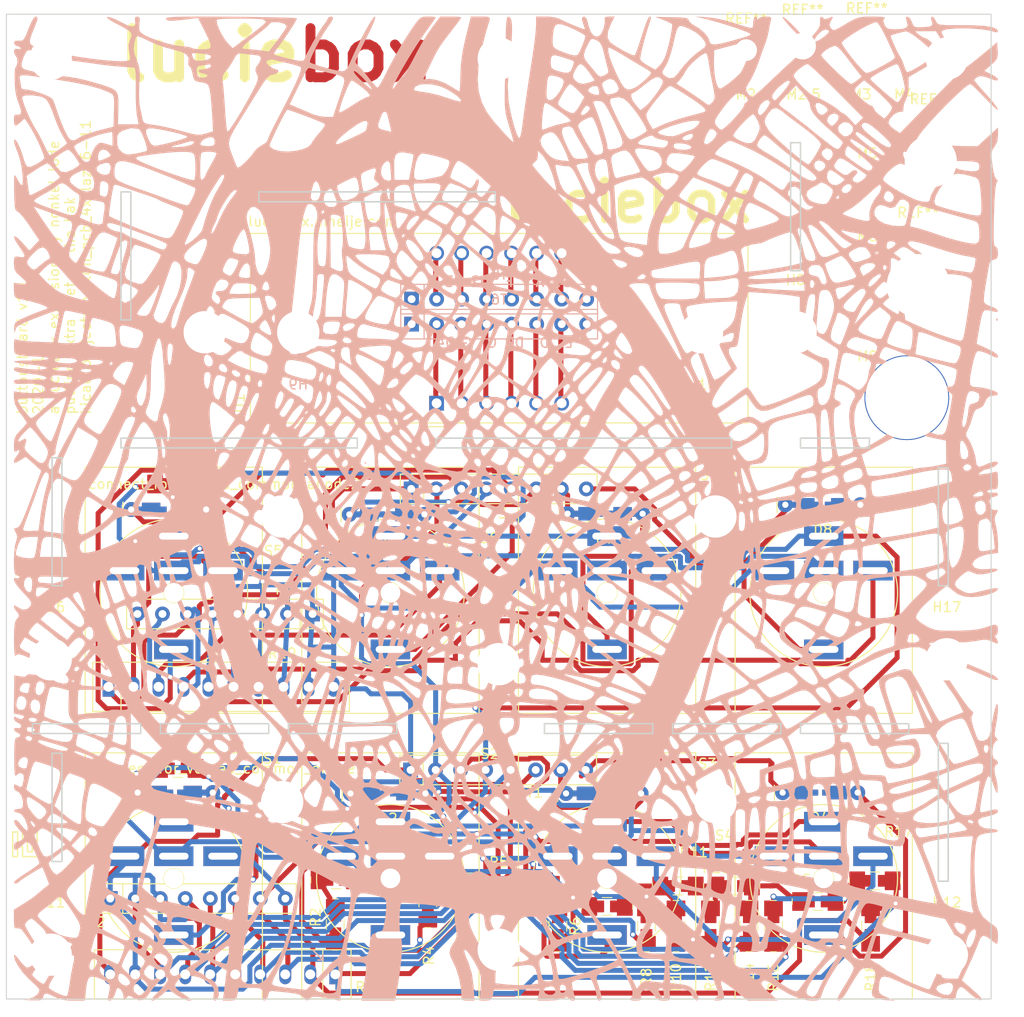
<source format=kicad_pcb>
(kicad_pcb (version 20171130) (host pcbnew "(5.1.5)-3")
  (title_block (date "lun. 30 mars 2015"))
  (layers (0 F.Cu signal) (31 B.Cu signal) (34 B.Paste user) (35 F.Paste user) (36 B.SilkS user) (37 F.SilkS user) (38 B.Mask user) (39 F.Mask user) (44 Edge.Cuts user))
  (net 0 "")
  (net 1 GND)
  (net 2 "Net-(S1-Pad4)")
  (net 3 VCC)
  (net 4 "Net-(R1-Pad5)")
  (net 5 "Net-(R1-Pad4)")
  (net 6 "Net-(R1-Pad3)")
  (net 7 "Net-(R1-Pad2)")
  (net 8 /ANALOG_1)
  (net 9 "Net-(R2-Pad1)")
  (net 10 "Net-(R3-Pad1)")
  (net 11 "Net-(R5-Pad1)")
  (net 12 "Net-(R7-Pad1)")
  (net 13 "Net-(R10-Pad1)")
  (net 14 "Net-(R11-Pad1)")
  (net 15 "Net-(R13-Pad1)")
  (net 16 "Net-(R15-Pad1)")
  (net 17 "Net-(R19-Pad5)")
  (net 18 "Net-(R19-Pad4)")
  (net 19 "Net-(R19-Pad3)")
  (net 20 "Net-(R19-Pad2)")
  (net 21 /ANALOG_2)
  (net 22 "Net-(T5-Pad8)")
  (net 23 "Net-(T5-Pad1)")
  (net 24 "Net-(T6-Pad8)")
  (net 25 "Net-(T6-Pad1)")
  (net 26 /B)
  (net 27 /Digit3)
  (net 28 /Digit2)
  (net 29 /F)
  (net 30 /A)
  (net 31 /Digit1)
  (net 32 /Digit4)
  (net 33 /G)
  (net 34 /C)
  (net 35 /DP)
  (net 36 /D)
  (net 37 /E)
  (net 38 "Net-(D1-Pad2)")
  (net 39 "Net-(D3-Pad2)")
  (net 40 "Net-(D5-Pad2)")
  (net 41 "Net-(D7-Pad2)")
  (net 42 "Net-(D2-Pad2)")
  (net 43 "Net-(D4-Pad2)")
  (net 44 "Net-(D6-Pad2)")
  (net 45 "Net-(D8-Pad2)")
  (net 46 "Net-(D7-Pad1)")
  (net 47 "Net-(D5-Pad1)")
  (net 48 "Net-(D3-Pad1)")
  (net 49 "Net-(D1-Pad1)")
  (net 50 "Net-(D8-Pad1)")
  (net 51 "Net-(D6-Pad1)")
  (net 52 "Net-(D4-Pad1)")
  (net 53 "Net-(D2-Pad1)")
  (module artwork:bruges (layer B.Cu) (at 50.64 -49.71)
    (fp_text reference G*** hide)
    (fp_text value LOGO hide)
  )
  (module MountingHole:MountingHole_6.4mm_M6 (layer F.Cu) (at 92.6 -72.45)
    (fp_text reference REF** (at 0 -7.4) (layer F.SilkS))
    (fp_text value MountingHole_6.4mm_M6)
    (pad 1 np_thru_hole circle (at 0 0) (size 6.4 6.4) (drill 6.4) (layers *.Cu *.Mask))
  )
  (module MountingHole:MountingHole_5.3mm_M5 (layer F.Cu) (at 93.87 -85.07)
    (fp_text reference REF** (at 0 -6.3) (layer F.SilkS))
    (fp_text value MountingHole_5.3mm_M5)
    (pad 1 np_thru_hole circle (at 0 0) (size 5.3 5.3) (drill 5.3) (layers *.Cu *.Mask))
  )
  (module MountingHole:MountingHole_3.2mm_M3 (layer F.Cu) (at 87.38 -96.4)
    (fp_text reference REF** (at 0 -4.2) (layer F.SilkS))
    (fp_text value MountingHole_3.2mm_M3)
    (pad 1 np_thru_hole circle (at 0 0) (size 3.2 3.2) (drill 3.2) (layers *.Cu *.Mask))
  )
  (module MountingHole:MountingHole_2.7mm_M2.5 (layer F.Cu) (at 80.86 -96.76)
    (fp_text reference REF** (at 0 -3.7) (layer F.SilkS))
    (fp_text value MountingHole_2.7mm_M2.5)
    (pad 1 np_thru_hole circle (at 0 0) (size 2.7 2.7) (drill 2.7) (layers *.Cu *.Mask))
  )
  (module MountingHole:MountingHole_2.2mm_M2 (layer F.Cu) (at 75.12 -96.36)
    (fp_text reference REF** (at 0 -3.2) (layer F.SilkS))
    (fp_text value MountingHole_2.2mm_M2)
    (pad 1 np_thru_hole circle (at 0 0) (size 2.2 2.2) (drill 2.2) (layers *.Cu *.Mask))
  )
  (module Luciebox:smd_throughhole_2_pins (layer F.Cu) (at 82.91 -50.19 180)
    (fp_text reference D8 (at 0 -2.54) (layer F.SilkS))
    (fp_text value D_Schottky)
    (pad 1 thru_hole custom (at 3.81 0 180) (size 1.524 1.524) (drill 0.635) (layers *.Cu *.Mask) (net 50 "Net-(D8-Pad1)") (options (clearance outline) (anchor circle)) (primitives (gr_poly (pts (xy -0.635 0.254) (xy -1.143 0.254) (xy -1.143 0.635) (xy -2.921 0.635) (xy -2.921 0.254) (xy -3.556 0.254) (xy -3.556 -0.254) (xy -2.921 -0.254) (xy -2.921 -0.635) (xy -1.143 -0.635) (xy -1.143 -0.254) (xy -0.635 -0.254)) (width 0.1))))
    (pad 2 thru_hole custom (at -3.81 0 180) (size 1.524 1.524) (drill 0.635) (layers *.Cu *.Mask) (net 45 "Net-(D8-Pad2)") (options (clearance outline) (anchor circle)) (primitives (gr_poly (pts (xy 0.635 -0.254) (xy 1.143 -0.254) (xy 1.143 -0.635) (xy 2.921 -0.635) (xy 2.921 -0.254) (xy 3.556 -0.254) (xy 3.556 0.254) (xy 2.921 0.254) (xy 2.921 0.635) (xy 1.143 0.635) (xy 1.143 0.254) (xy 0.635 0.254)) (width 0.1))))
  )
  (module Luciebox:smd_throughhole_2_pins (layer F.Cu) (at 60.8 -49.28 180)
    (fp_text reference D7 (at 0 -2.54) (layer F.SilkS))
    (fp_text value D_Schottky)
    (pad 1 thru_hole custom (at 3.81 0 180) (size 1.524 1.524) (drill 0.635) (layers *.Cu *.Mask) (net 46 "Net-(D7-Pad1)") (options (clearance outline) (anchor circle)) (primitives (gr_poly (pts (xy -0.635 0.254) (xy -1.143 0.254) (xy -1.143 0.635) (xy -2.921 0.635) (xy -2.921 0.254) (xy -3.556 0.254) (xy -3.556 -0.254) (xy -2.921 -0.254) (xy -2.921 -0.635) (xy -1.143 -0.635) (xy -1.143 -0.254) (xy -0.635 -0.254)) (width 0.1))))
    (pad 2 thru_hole custom (at -3.81 0 180) (size 1.524 1.524) (drill 0.635) (layers *.Cu *.Mask) (net 41 "Net-(D7-Pad2)") (options (clearance outline) (anchor circle)) (primitives (gr_poly (pts (xy 0.635 -0.254) (xy 1.143 -0.254) (xy 1.143 -0.635) (xy 2.921 -0.635) (xy 2.921 -0.254) (xy 3.556 -0.254) (xy 3.556 0.254) (xy 2.921 0.254) (xy 2.921 0.635) (xy 1.143 0.635) (xy 1.143 0.254) (xy 0.635 0.254)) (width 0.1))))
  )
  (module Luciebox:smd_throughhole_2_pins (layer F.Cu) (at 38.64 -49.21 180)
    (fp_text reference D6 (at 0 -2.54) (layer F.SilkS))
    (fp_text value D_Schottky)
    (pad 1 thru_hole custom (at 3.81 0 180) (size 1.524 1.524) (drill 0.635) (layers *.Cu *.Mask) (net 51 "Net-(D6-Pad1)") (options (clearance outline) (anchor circle)) (primitives (gr_poly (pts (xy -0.635 0.254) (xy -1.143 0.254) (xy -1.143 0.635) (xy -2.921 0.635) (xy -2.921 0.254) (xy -3.556 0.254) (xy -3.556 -0.254) (xy -2.921 -0.254) (xy -2.921 -0.635) (xy -1.143 -0.635) (xy -1.143 -0.254) (xy -0.635 -0.254)) (width 0.1))))
    (pad 2 thru_hole custom (at -3.81 0 180) (size 1.524 1.524) (drill 0.635) (layers *.Cu *.Mask) (net 44 "Net-(D6-Pad2)") (options (clearance outline) (anchor circle)) (primitives (gr_poly (pts (xy 0.635 -0.254) (xy 1.143 -0.254) (xy 1.143 -0.635) (xy 2.921 -0.635) (xy 2.921 -0.254) (xy 3.556 -0.254) (xy 3.556 0.254) (xy 2.921 0.254) (xy 2.921 0.635) (xy 1.143 0.635) (xy 1.143 0.254) (xy 0.635 0.254)) (width 0.1))))
  )
  (module Luciebox:smd_throughhole_2_pins (layer F.Cu) (at 16.48 -49.71 180)
    (fp_text reference D5 (at 0 -2.54) (layer F.SilkS))
    (fp_text value D_Schottky)
    (pad 1 thru_hole custom (at 3.81 0 180) (size 1.524 1.524) (drill 0.635) (layers *.Cu *.Mask) (net 47 "Net-(D5-Pad1)") (options (clearance outline) (anchor circle)) (primitives (gr_poly (pts (xy -0.635 0.254) (xy -1.143 0.254) (xy -1.143 0.635) (xy -2.921 0.635) (xy -2.921 0.254) (xy -3.556 0.254) (xy -3.556 -0.254) (xy -2.921 -0.254) (xy -2.921 -0.635) (xy -1.143 -0.635) (xy -1.143 -0.254) (xy -0.635 -0.254)) (width 0.1))))
    (pad 2 thru_hole custom (at -3.81 0 180) (size 1.524 1.524) (drill 0.635) (layers *.Cu *.Mask) (net 40 "Net-(D5-Pad2)") (options (clearance outline) (anchor circle)) (primitives (gr_poly (pts (xy 0.635 -0.254) (xy 1.143 -0.254) (xy 1.143 -0.635) (xy 2.921 -0.635) (xy 2.921 -0.254) (xy 3.556 -0.254) (xy 3.556 0.254) (xy 2.921 0.254) (xy 2.921 0.635) (xy 1.143 0.635) (xy 1.143 0.254) (xy 0.635 0.254)) (width 0.1))))
  )
  (module Luciebox:smd_throughhole_2_pins (layer F.Cu) (at 82.64 -20.96 180)
    (fp_text reference D4 (at 0 -2.54) (layer F.SilkS))
    (fp_text value D_Schottky)
    (pad 1 thru_hole custom (at 3.81 0 180) (size 1.524 1.524) (drill 0.635) (layers *.Cu *.Mask) (net 52 "Net-(D4-Pad1)") (options (clearance outline) (anchor circle)) (primitives (gr_poly (pts (xy -0.635 0.254) (xy -1.143 0.254) (xy -1.143 0.635) (xy -2.921 0.635) (xy -2.921 0.254) (xy -3.556 0.254) (xy -3.556 -0.254) (xy -2.921 -0.254) (xy -2.921 -0.635) (xy -1.143 -0.635) (xy -1.143 -0.254) (xy -0.635 -0.254)) (width 0.1))))
    (pad 2 thru_hole custom (at -3.81 0 180) (size 1.524 1.524) (drill 0.635) (layers *.Cu *.Mask) (net 43 "Net-(D4-Pad2)") (options (clearance outline) (anchor circle)) (primitives (gr_poly (pts (xy 0.635 -0.254) (xy 1.143 -0.254) (xy 1.143 -0.635) (xy 2.921 -0.635) (xy 2.921 -0.254) (xy 3.556 -0.254) (xy 3.556 0.254) (xy 2.921 0.254) (xy 2.921 0.635) (xy 1.143 0.635) (xy 1.143 0.254) (xy 0.635 0.254)) (width 0.1))))
  )
  (module Luciebox:smd_throughhole_2_pins (layer F.Cu) (at 60.64 -20.876 180)
    (fp_text reference D3 (at 0 -2.54) (layer F.SilkS))
    (fp_text value D_Schottky)
    (pad 1 thru_hole custom (at 3.81 0 180) (size 1.524 1.524) (drill 0.635) (layers *.Cu *.Mask) (net 48 "Net-(D3-Pad1)") (options (clearance outline) (anchor circle)) (primitives (gr_poly (pts (xy -0.635 0.254) (xy -1.143 0.254) (xy -1.143 0.635) (xy -2.921 0.635) (xy -2.921 0.254) (xy -3.556 0.254) (xy -3.556 -0.254) (xy -2.921 -0.254) (xy -2.921 -0.635) (xy -1.143 -0.635) (xy -1.143 -0.254) (xy -0.635 -0.254)) (width 0.1))))
    (pad 2 thru_hole custom (at -3.81 0 180) (size 1.524 1.524) (drill 0.635) (layers *.Cu *.Mask) (net 39 "Net-(D3-Pad2)") (options (clearance outline) (anchor circle)) (primitives (gr_poly (pts (xy 0.635 -0.254) (xy 1.143 -0.254) (xy 1.143 -0.635) (xy 2.921 -0.635) (xy 2.921 -0.254) (xy 3.556 -0.254) (xy 3.556 0.254) (xy 2.921 0.254) (xy 2.921 0.635) (xy 1.143 0.635) (xy 1.143 0.254) (xy 0.635 0.254)) (width 0.1))))
  )
  (module Luciebox:smd_throughhole_2_pins (layer F.Cu) (at 38.75 -20.87 180)
    (fp_text reference D2 (at 0 -2.54) (layer F.SilkS))
    (fp_text value D_Schottky)
    (pad 1 thru_hole custom (at 3.81 0 180) (size 1.524 1.524) (drill 0.635) (layers *.Cu *.Mask) (net 53 "Net-(D2-Pad1)") (options (clearance outline) (anchor circle)) (primitives (gr_poly (pts (xy -0.635 0.254) (xy -1.143 0.254) (xy -1.143 0.635) (xy -2.921 0.635) (xy -2.921 0.254) (xy -3.556 0.254) (xy -3.556 -0.254) (xy -2.921 -0.254) (xy -2.921 -0.635) (xy -1.143 -0.635) (xy -1.143 -0.254) (xy -0.635 -0.254)) (width 0.1))))
    (pad 2 thru_hole custom (at -3.81 0 180) (size 1.524 1.524) (drill 0.635) (layers *.Cu *.Mask) (net 42 "Net-(D2-Pad2)") (options (clearance outline) (anchor circle)) (primitives (gr_poly (pts (xy 0.635 -0.254) (xy 1.143 -0.254) (xy 1.143 -0.635) (xy 2.921 -0.635) (xy 2.921 -0.254) (xy 3.556 -0.254) (xy 3.556 0.254) (xy 2.921 0.254) (xy 2.921 0.635) (xy 1.143 0.635) (xy 1.143 0.254) (xy 0.635 0.254)) (width 0.1))))
  )
  (module Luciebox:smd_throughhole_2_pins (layer F.Cu) (at 17.14 -20.96 180)
    (fp_text reference D1 (at 0 -2.54) (layer F.SilkS))
    (fp_text value D_Schottky)
    (pad 1 thru_hole custom (at 3.81 0 180) (size 1.524 1.524) (drill 0.635) (layers *.Cu *.Mask) (net 49 "Net-(D1-Pad1)") (options (clearance outline) (anchor circle)) (primitives (gr_poly (pts (xy -0.635 0.254) (xy -1.143 0.254) (xy -1.143 0.635) (xy -2.921 0.635) (xy -2.921 0.254) (xy -3.556 0.254) (xy -3.556 -0.254) (xy -2.921 -0.254) (xy -2.921 -0.635) (xy -1.143 -0.635) (xy -1.143 -0.254) (xy -0.635 -0.254)) (width 0.1))))
    (pad 2 thru_hole custom (at -3.81 0 180) (size 1.524 1.524) (drill 0.635) (layers *.Cu *.Mask) (net 38 "Net-(D1-Pad2)") (options (clearance outline) (anchor circle)) (primitives (gr_poly (pts (xy 0.635 -0.254) (xy 1.143 -0.254) (xy 1.143 -0.635) (xy 2.921 -0.635) (xy 2.921 -0.254) (xy 3.556 -0.254) (xy 3.556 0.254) (xy 2.921 0.254) (xy 2.921 0.635) (xy 1.143 0.635) (xy 1.143 0.254) (xy 0.635 0.254)) (width 0.1))))
  )
  (module Luciebox:MountingHole_4.3mm_M4 (layer F.Cu) (at 95.5 -34.5)
    (fp_text reference H17 (at 0 -5.3) (layer F.SilkS))
    (fp_text value MountingHole)
    (pad "" np_thru_hole circle (at 0 0) (size 4.3 4.3) (drill 4.3) (layers *.Cu *.Mask) (clearance 2))
  )
  (module Luciebox:MountingHole_4.3mm_M4 (layer F.Cu) (at 4.5 -34.5)
    (fp_text reference H16 (at 0 -5.3) (layer F.SilkS))
    (fp_text value MountingHole)
    (pad "" np_thru_hole circle (at 0 0) (size 4.3 4.3) (drill 4.3) (layers *.Cu *.Mask) (clearance 2))
  )
  (module Luciebox:MountingHole_4.3mm_M4 (layer F.Cu) (at 50 -95.5)
    (fp_text reference H15 (at 0.34 0.14) (layer F.SilkS))
    (fp_text value MountingHole)
    (pad "" np_thru_hole circle (at 0 0) (size 4.3 4.3) (drill 4.3) (layers *.Cu *.Mask) (clearance 2))
  )
  (module Luciebox:MountingHole_4.3mm_M4 (layer F.Cu) (at 95.5 -95.5)
    (fp_text reference H14 (at 0.14 0.74) (layer F.SilkS))
    (fp_text value MountingHole)
    (pad "" np_thru_hole circle (at 0 0) (size 4.3 4.3) (drill 4.3) (layers *.Cu *.Mask) (clearance 2))
  )
  (module Luciebox:MountingHole_4.3mm_M4 (layer F.Cu) (at 4.5 -95.5)
    (fp_text reference H13 (at 0.04 -0.06) (layer F.SilkS))
    (fp_text value MountingHole)
    (pad "" np_thru_hole circle (at 0 0) (size 4.3 4.3) (drill 4.3) (layers *.Cu *.Mask) (clearance 2))
  )
  (module Luciebox:MountingHole_4.3mm_M4 (layer F.Cu) (at 95.5 -4.5)
    (fp_text reference H12 (at 0 -5.3) (layer F.SilkS))
    (fp_text value MountingHole)
    (pad "" np_thru_hole circle (at 0 0) (size 4.3 4.3) (drill 4.3) (layers *.Cu *.Mask) (clearance 2))
  )
  (module Luciebox:MountingHole_4.3mm_M4 (layer F.Cu) (at 4.5 -4.5)
    (fp_text reference H11 (at 0 -5.3) (layer F.SilkS))
    (fp_text value MountingHole)
    (pad "" np_thru_hole circle (at 0 0) (size 4.3 4.3) (drill 4.3) (layers *.Cu *.Mask) (clearance 2))
  )
  (module Luciebox:button_LAZ16-11 (layer F.Cu) (at 17 -14.5)
    (fp_text reference S1 (at 10 -9.9) (layer F.SilkS))
    (fp_text value button_laz16-11)
    (pad "" np_thru_hole circle (at 0 2.25) (size 2 2) (drill 2) (layers *.Cu *.Mask))
    (pad 5 thru_hole rect (at 0 8) (size 4 2) (drill oval 3 0.7) (layers *.Cu *.Mask) (net 38 "Net-(D1-Pad2)"))
    (pad 4 thru_hole rect (at 0 -3.5) (size 4 2) (drill oval 3 0.7) (layers *.Cu *.Mask) (net 2 "Net-(S1-Pad4)"))
    (pad 3 thru_hole rect (at 5 0) (size 4 2) (drill oval 3 0.7) (layers *.Cu *.Mask) (net 7 "Net-(R1-Pad2)"))
    (pad 1 thru_hole rect (at 0 0) (size 4 2) (drill oval 3 0.7) (layers *.Cu *.Mask) (net 3 VCC))
    (pad 2 thru_hole rect (at -5 0) (size 4 2) (drill oval 3 0.7) (layers *.Cu *.Mask) (net 1 GND))
  )
  (module Luciebox:1206_0805 (layer F.Cu) (at 33.4 -7.566 270)
    (fp_text reference R2 (at -0.734 2 90) (layer F.SilkS))
    (fp_text value R_Small)
    (pad 2 smd custom (at 1.8 0 270) (size 1.5 1.8) (layers F.Cu F.Paste F.Mask) (net 1 GND) (options (clearance outline) (anchor rect)) (primitives (gr_poly (pts (xy -0.75 0.55) (xy -1.45 0.55) (xy -1.45 -0.55) (xy -0.75 -0.55) (xy -0.75 -0.9) (xy 0.75 -0.9) (xy 0.75 0.9) (xy 0.4 0.9) (xy -0.75 0.9)) (width 0.1))))
    (pad 1 smd custom (at -1.8 0 270) (size 1.5 1.8) (layers F.Cu F.Paste F.Mask) (net 9 "Net-(R2-Pad1)") (options (clearance outline) (anchor rect)) (primitives (gr_poly (pts (xy 0.75 -0.55) (xy 1.45 -0.55) (xy 1.45 0.55) (xy 0.75 0.55) (xy 0.75 0.9) (xy -0.75 0.9) (xy -0.75 -0.9) (xy -0.4 -0.9) (xy 0.75 -0.9)) (width 0.1))))
  )
  (module Luciebox:MountingHole_4.3mm_M4 (layer B.Cu) (at 70.64 -67.71)
    (fp_text reference H10 (at 0 5.3) (layer F.SilkS))
    (fp_text value MountingHole)
    (pad "" np_thru_hole circle (at 0 0) (size 4.3 4.3) (drill 4.3) (layers *.Cu *.Mask) (clearance 2))
  )
  (module Luciebox:MountingHole_4.3mm_M4 (layer B.Cu) (at 29.64 -67.71)
    (fp_text reference H9 (at 0 5.3) (layer B.SilkS) (effects (justify mirror)))
    (fp_text value MountingHole)
    (pad "" np_thru_hole circle (at 0 0) (size 4.3 4.3) (drill 4.3) (layers *.Cu *.Mask) (clearance 2))
  )
  (module Luciebox:MountingHole_4.3mm_M4 (layer F.Cu) (at 80.14 -67.71)
    (fp_text reference H8 (at 0 -5.3) (layer F.SilkS))
    (fp_text value MountingHole)
    (pad "" np_thru_hole circle (at 0 0) (size 4.3 4.3) (drill 4.3) (layers *.Cu *.Mask) (clearance 2))
  )
  (module Luciebox:MountingHole_4.3mm_M4 (layer F.Cu) (at 20.14 -67.71)
    (fp_text reference H7 (at 0 -5.3) (layer F.SilkS))
    (fp_text value MountingHole)
    (pad "" np_thru_hole circle (at 0 0) (size 4.3 4.3) (drill 4.3) (layers *.Cu *.Mask) (clearance 2))
  )
  (module Luciebox:MountingHole_4.3mm_M4 (layer F.Cu) (at 72 -49)
    (fp_text reference H6 (at -0.6 -0.4) (layer F.SilkS))
    (fp_text value MountingHole)
    (pad "" np_thru_hole circle (at 0 0) (size 4.3 4.3) (drill 4.3) (layers *.Cu *.Mask) (clearance 2))
  )
  (module Luciebox:MountingHole_4.3mm_M4 (layer F.Cu) (at 50 -34)
    (fp_text reference H5 (at -0.2 0) (layer F.SilkS))
    (fp_text value MountingHole)
    (pad "" np_thru_hole circle (at 0 0) (size 4.3 4.3) (drill 4.3) (layers *.Cu *.Mask) (clearance 2))
  )
  (module Luciebox:MountingHole_4.3mm_M4 (layer F.Cu) (at 28 -49)
    (fp_text reference H4 (at -0.1 -0.2) (layer F.SilkS))
    (fp_text value MountingHole)
    (pad "" np_thru_hole circle (at 0 0) (size 4.3 4.3) (drill 4.3) (layers *.Cu *.Mask) (clearance 2))
  )
  (module Luciebox:MountingHole_4.3mm_M4 (layer F.Cu) (at 50 -5)
    (fp_text reference H3 (at -0.1 0.2) (layer F.SilkS))
    (fp_text value MountingHole)
    (pad "" np_thru_hole circle (at 0 0) (size 4.3 4.3) (drill 4.3) (layers *.Cu *.Mask) (clearance 2))
  )
  (module Luciebox:MountingHole_4.3mm_M4 (layer F.Cu) (at 28 -20)
    (fp_text reference H2 (at -0.5 -0.6) (layer F.SilkS))
    (fp_text value MountingHole)
    (pad "" np_thru_hole circle (at 0 0) (size 4.3 4.3) (drill 4.3) (layers *.Cu *.Mask) (clearance 2))
  )
  (module Luciebox:MountingHole_4.3mm_M4 (layer F.Cu) (at 72 -20)
    (fp_text reference H1 (at 0 -0.1) (layer F.SilkS))
    (fp_text value MountingHole)
    (pad "" np_thru_hole circle (at 0 0) (size 4.3 4.3) (drill 4.3) (layers *.Cu *.Mask) (clearance 2))
  )
  (module Display_7Segment:CA56-12SRWA (layer F.Cu) (at 43.69 -60.5 90)
    (fp_text reference U1 (at 0 -20 90) (layer F.SilkS))
    (fp_text value 4digit_7segments_common_anode_CA56-12SRWA)
    (pad 12 thru_hole circle (at 15.24 0 90) (size 1.5 1.5) (drill 1) (layers *.Cu *.Mask) (net 31 /Digit1))
    (pad 11 thru_hole circle (at 15.24 2.54 90) (size 1.5 1.5) (drill 1) (layers *.Cu *.Mask) (net 30 /A))
    (pad 10 thru_hole circle (at 15.24 5.08 90) (size 1.5 1.5) (drill 1) (layers *.Cu *.Mask) (net 29 /F))
    (pad 9 thru_hole circle (at 15.24 7.62 90) (size 1.5 1.5) (drill 1) (layers *.Cu *.Mask) (net 28 /Digit2))
    (pad 8 thru_hole circle (at 15.24 10.16 90) (size 1.5 1.5) (drill 1) (layers *.Cu *.Mask) (net 27 /Digit3))
    (pad 7 thru_hole circle (at 15.24 12.7 90) (size 1.5 1.5) (drill 1) (layers *.Cu *.Mask) (net 26 /B))
    (pad 6 thru_hole circle (at 0 12.7 90) (size 1.5 1.5) (drill 1) (layers *.Cu *.Mask) (net 32 /Digit4))
    (pad 5 thru_hole circle (at 0 10.16 90) (size 1.5 1.5) (drill 1) (layers *.Cu *.Mask) (net 33 /G))
    (pad 4 thru_hole circle (at 0 7.62 90) (size 1.5 1.5) (drill 1) (layers *.Cu *.Mask) (net 34 /C))
    (pad 3 thru_hole circle (at 0 5.08 90) (size 1.5 1.5) (drill 1) (layers *.Cu *.Mask) (net 35 /DP))
    (pad 2 thru_hole circle (at 0 2.54 90) (size 1.5 1.5) (drill 1) (layers *.Cu *.Mask) (net 36 /D))
    (pad 1 thru_hole rect (at 0 0 90) (size 1.5 1.5) (drill 1) (layers *.Cu *.Mask) (net 37 /E))
  )
  (module Luciebox:Terminal_8x1_100mil (layer B.Cu) (at 50.04 -68.53)
    (fp_text reference T6 (at 0 -2.5) (layer B.SilkS) (effects (justify mirror)))
    (fp_text value terminal_8x1)
    (pad 8 thru_hole circle (at 8.89 0) (size 1.5 1.5) (drill 0.8) (layers *.Cu *.Mask) (net 24 "Net-(T6-Pad8)"))
    (pad 7 thru_hole circle (at 6.35 0) (size 1.5 1.5) (drill 0.8) (layers *.Cu *.Mask) (net 32 /Digit4))
    (pad 6 thru_hole circle (at 3.81 0) (size 1.5 1.5) (drill 0.8) (layers *.Cu *.Mask) (net 33 /G))
    (pad 5 thru_hole circle (at 1.27 0) (size 1.5 1.5) (drill 0.8) (layers *.Cu *.Mask) (net 34 /C))
    (pad 4 thru_hole circle (at -1.27 0) (size 1.5 1.5) (drill 0.8) (layers *.Cu *.Mask) (net 35 /DP))
    (pad 3 thru_hole circle (at -3.81 0) (size 1.5 1.5) (drill 0.8) (layers *.Cu *.Mask) (net 36 /D))
    (pad 2 thru_hole circle (at -6.35 0) (size 1.5 1.5) (drill 0.8) (layers *.Cu *.Mask) (net 37 /E))
    (pad 1 thru_hole rect (at -8.89 0) (size 1.5 1.5) (drill 0.8) (layers *.Cu *.Mask) (net 25 "Net-(T6-Pad1)"))
  )
  (module Luciebox:Terminal_8x1_100mil (layer B.Cu) (at 50.04 -71.07)
    (fp_text reference T5 (at 0 -2.5) (layer B.SilkS) (effects (justify mirror)))
    (fp_text value terminal_8x1)
    (pad 8 thru_hole circle (at 8.89 0) (size 1.5 1.5) (drill 0.8) (layers *.Cu *.Mask) (net 22 "Net-(T5-Pad8)"))
    (pad 7 thru_hole circle (at 6.35 0) (size 1.5 1.5) (drill 0.8) (layers *.Cu *.Mask) (net 26 /B))
    (pad 6 thru_hole circle (at 3.81 0) (size 1.5 1.5) (drill 0.8) (layers *.Cu *.Mask) (net 27 /Digit3))
    (pad 5 thru_hole circle (at 1.27 0) (size 1.5 1.5) (drill 0.8) (layers *.Cu *.Mask) (net 28 /Digit2))
    (pad 4 thru_hole circle (at -1.27 0) (size 1.5 1.5) (drill 0.8) (layers *.Cu *.Mask) (net 29 /F))
    (pad 3 thru_hole circle (at -3.81 0) (size 1.5 1.5) (drill 0.8) (layers *.Cu *.Mask) (net 30 /A))
    (pad 2 thru_hole circle (at -6.35 0) (size 1.5 1.5) (drill 0.8) (layers *.Cu *.Mask) (net 31 /Digit1))
    (pad 1 thru_hole rect (at -8.89 0) (size 1.5 1.5) (drill 0.8) (layers *.Cu *.Mask) (net 23 "Net-(T5-Pad1)"))
  )
  (module Luciebox:Terminal_8x1_100mil (layer F.Cu) (at 22.2 -39.1 180)
    (fp_text reference T4 (at -5.8 2.5) (layer F.SilkS))
    (fp_text value terminal_8x1)
    (pad 8 thru_hole circle (at 8.89 0 180) (size 1.5 1.5) (drill 0.8) (layers *.Cu *.Mask) (net 20 "Net-(R19-Pad2)"))
    (pad 7 thru_hole circle (at 6.35 0 180) (size 1.5 1.5) (drill 0.8) (layers *.Cu *.Mask) (net 19 "Net-(R19-Pad3)"))
    (pad 6 thru_hole circle (at 3.81 0 180) (size 1.5 1.5) (drill 0.8) (layers *.Cu *.Mask) (net 18 "Net-(R19-Pad4)"))
    (pad 5 thru_hole circle (at 1.27 0 180) (size 1.5 1.5) (drill 0.8) (layers *.Cu *.Mask) (net 17 "Net-(R19-Pad5)"))
    (pad 4 thru_hole circle (at -1.27 0 180) (size 1.5 1.5) (drill 0.8) (layers *.Cu *.Mask) (net 1 GND))
    (pad 3 thru_hole circle (at -3.81 0 180) (size 1.5 1.5) (drill 0.8) (layers *.Cu *.Mask) (net 1 GND))
    (pad 2 thru_hole circle (at -6.35 0 180) (size 1.5 1.5) (drill 0.8) (layers *.Cu *.Mask) (net 1 GND))
    (pad 1 thru_hole rect (at -8.89 0 180) (size 1.5 1.5) (drill 0.8) (layers *.Cu *.Mask) (net 1 GND))
  )
  (module Luciebox:Terminal_8x1_100mil (layer F.Cu) (at 50 -51.8)
    (fp_text reference T3 (at 0 2.5) (layer F.SilkS))
    (fp_text value terminal_8x1)
    (pad 8 thru_hole circle (at 8.89 0) (size 1.5 1.5) (drill 0.8) (layers *.Cu *.Mask) (net 50 "Net-(D8-Pad1)"))
    (pad 7 thru_hole circle (at 6.35 0) (size 1.5 1.5) (drill 0.8) (layers *.Cu *.Mask) (net 46 "Net-(D7-Pad1)"))
    (pad 6 thru_hole circle (at 3.81 0) (size 1.5 1.5) (drill 0.8) (layers *.Cu *.Mask) (net 51 "Net-(D6-Pad1)"))
    (pad 5 thru_hole circle (at 1.27 0) (size 1.5 1.5) (drill 0.8) (layers *.Cu *.Mask) (net 47 "Net-(D5-Pad1)"))
    (pad 4 thru_hole circle (at -1.27 0) (size 1.5 1.5) (drill 0.8) (layers *.Cu *.Mask) (net 2 "Net-(S1-Pad4)"))
    (pad 3 thru_hole circle (at -3.81 0) (size 1.5 1.5) (drill 0.8) (layers *.Cu *.Mask) (net 21 /ANALOG_2))
    (pad 2 thru_hole circle (at -6.35 0) (size 1.5 1.5) (drill 0.8) (layers *.Cu *.Mask) (net 3 VCC))
    (pad 1 thru_hole rect (at -8.89 0) (size 1.5 1.5) (drill 0.8) (layers *.Cu *.Mask) (net 1 GND))
  )
  (module Luciebox:Terminal_8x1_100mil (layer F.Cu) (at 19.436 -10.201)
    (fp_text reference T2 (at -10.236 2.401) (layer F.SilkS))
    (fp_text value terminal_8x1)
    (pad 8 thru_hole circle (at 8.89 0) (size 1.5 1.5) (drill 0.8) (layers *.Cu *.Mask) (net 7 "Net-(R1-Pad2)"))
    (pad 7 thru_hole circle (at 6.35 0) (size 1.5 1.5) (drill 0.8) (layers *.Cu *.Mask) (net 6 "Net-(R1-Pad3)"))
    (pad 6 thru_hole circle (at 3.81 0) (size 1.5 1.5) (drill 0.8) (layers *.Cu *.Mask) (net 5 "Net-(R1-Pad4)"))
    (pad 5 thru_hole circle (at 1.27 0) (size 1.5 1.5) (drill 0.8) (layers *.Cu *.Mask) (net 4 "Net-(R1-Pad5)"))
    (pad 4 thru_hole circle (at -1.27 0) (size 1.5 1.5) (drill 0.8) (layers *.Cu *.Mask) (net 1 GND))
    (pad 3 thru_hole circle (at -3.81 0) (size 1.5 1.5) (drill 0.8) (layers *.Cu *.Mask) (net 1 GND))
    (pad 2 thru_hole circle (at -6.35 0) (size 1.5 1.5) (drill 0.8) (layers *.Cu *.Mask) (net 1 GND))
    (pad 1 thru_hole rect (at -8.89 0) (size 1.5 1.5) (drill 0.8) (layers *.Cu *.Mask) (net 1 GND))
  )
  (module Luciebox:Terminal_8x1_100mil (layer F.Cu) (at 49.94 -23.26)
    (fp_text reference T1 (at 3.7 2.3) (layer F.SilkS))
    (fp_text value terminal_8x1)
    (pad 8 thru_hole circle (at 8.89 0) (size 1.5 1.5) (drill 0.8) (layers *.Cu *.Mask) (net 52 "Net-(D4-Pad1)"))
    (pad 7 thru_hole circle (at 6.35 0) (size 1.5 1.5) (drill 0.8) (layers *.Cu *.Mask) (net 48 "Net-(D3-Pad1)"))
    (pad 6 thru_hole circle (at 3.81 0) (size 1.5 1.5) (drill 0.8) (layers *.Cu *.Mask) (net 53 "Net-(D2-Pad1)"))
    (pad 5 thru_hole circle (at 1.27 0) (size 1.5 1.5) (drill 0.8) (layers *.Cu *.Mask) (net 49 "Net-(D1-Pad1)"))
    (pad 4 thru_hole circle (at -1.27 0) (size 1.5 1.5) (drill 0.8) (layers *.Cu *.Mask) (net 2 "Net-(S1-Pad4)"))
    (pad 3 thru_hole circle (at -3.81 0) (size 1.5 1.5) (drill 0.8) (layers *.Cu *.Mask) (net 8 /ANALOG_1))
    (pad 2 thru_hole circle (at -6.35 0) (size 1.5 1.5) (drill 0.8) (layers *.Cu *.Mask) (net 3 VCC))
    (pad 1 thru_hole rect (at -8.89 0) (size 1.5 1.5) (drill 0.8) (layers *.Cu *.Mask) (net 1 GND))
  )
  (module Luciebox:button_LAZ16-11 (layer F.Cu) (at 83 -43.5)
    (fp_text reference S8 (at -10.3 0) (layer F.SilkS))
    (fp_text value button_laz16-11)
    (pad "" np_thru_hole circle (at 0 2.25) (size 2 2) (drill 2) (layers *.Cu *.Mask))
    (pad 5 thru_hole rect (at 0 8) (size 4 2) (drill oval 3 0.7) (layers *.Cu *.Mask) (net 45 "Net-(D8-Pad2)"))
    (pad 4 thru_hole rect (at 0 -3.5) (size 4 2) (drill oval 3 0.7) (layers *.Cu *.Mask) (net 2 "Net-(S1-Pad4)"))
    (pad 3 thru_hole rect (at 5 0) (size 4 2) (drill oval 3 0.7) (layers *.Cu *.Mask) (net 17 "Net-(R19-Pad5)"))
    (pad 1 thru_hole rect (at 0 0) (size 4 2) (drill oval 3 0.7) (layers *.Cu *.Mask) (net 3 VCC))
    (pad 2 thru_hole rect (at -5 0) (size 4 2) (drill oval 3 0.7) (layers *.Cu *.Mask) (net 1 GND))
  )
  (module Luciebox:button_LAZ16-11 (layer F.Cu) (at 61 -43.5)
    (fp_text reference S7 (at 10.4 -9.7) (layer F.SilkS))
    (fp_text value button_laz16-11)
    (pad "" np_thru_hole circle (at 0 2.25) (size 2 2) (drill 2) (layers *.Cu *.Mask))
    (pad 5 thru_hole rect (at 0 8) (size 4 2) (drill oval 3 0.7) (layers *.Cu *.Mask) (net 41 "Net-(D7-Pad2)"))
    (pad 4 thru_hole rect (at 0 -3.5) (size 4 2) (drill oval 3 0.7) (layers *.Cu *.Mask) (net 2 "Net-(S1-Pad4)"))
    (pad 3 thru_hole rect (at 5 0) (size 4 2) (drill oval 3 0.7) (layers *.Cu *.Mask) (net 18 "Net-(R19-Pad4)"))
    (pad 1 thru_hole rect (at 0 0) (size 4 2) (drill oval 3 0.7) (layers *.Cu *.Mask) (net 3 VCC))
    (pad 2 thru_hole rect (at -5 0) (size 4 2) (drill oval 3 0.7) (layers *.Cu *.Mask) (net 1 GND))
  )
  (module Luciebox:button_LAZ16-11 (layer F.Cu) (at 39 -43.5)
    (fp_text reference S6 (at 10 -3.3) (layer F.SilkS))
    (fp_text value button_laz16-11)
    (pad "" np_thru_hole circle (at 0 2.25) (size 2 2) (drill 2) (layers *.Cu *.Mask))
    (pad 5 thru_hole rect (at 0 8) (size 4 2) (drill oval 3 0.7) (layers *.Cu *.Mask) (net 44 "Net-(D6-Pad2)"))
    (pad 4 thru_hole rect (at 0 -3.5) (size 4 2) (drill oval 3 0.7) (layers *.Cu *.Mask) (net 2 "Net-(S1-Pad4)"))
    (pad 3 thru_hole rect (at 5 0) (size 4 2) (drill oval 3 0.7) (layers *.Cu *.Mask) (net 19 "Net-(R19-Pad3)"))
    (pad 1 thru_hole rect (at 0 0) (size 4 2) (drill oval 3 0.7) (layers *.Cu *.Mask) (net 3 VCC))
    (pad 2 thru_hole rect (at -5 0) (size 4 2) (drill oval 3 0.7) (layers *.Cu *.Mask) (net 1 GND))
  )
  (module Luciebox:button_LAZ16-11 (layer F.Cu) (at 17 -43.5)
    (fp_text reference S5 (at 10.1 -2) (layer F.SilkS))
    (fp_text value button_laz16-11)
    (pad "" np_thru_hole circle (at 0 2.25) (size 2 2) (drill 2) (layers *.Cu *.Mask))
    (pad 5 thru_hole rect (at 0 8) (size 4 2) (drill oval 3 0.7) (layers *.Cu *.Mask) (net 40 "Net-(D5-Pad2)"))
    (pad 4 thru_hole rect (at 0 -3.5) (size 4 2) (drill oval 3 0.7) (layers *.Cu *.Mask) (net 2 "Net-(S1-Pad4)"))
    (pad 3 thru_hole rect (at 5 0) (size 4 2) (drill oval 3 0.7) (layers *.Cu *.Mask) (net 20 "Net-(R19-Pad2)"))
    (pad 1 thru_hole rect (at 0 0) (size 4 2) (drill oval 3 0.7) (layers *.Cu *.Mask) (net 3 VCC))
    (pad 2 thru_hole rect (at -5 0) (size 4 2) (drill oval 3 0.7) (layers *.Cu *.Mask) (net 1 GND))
  )
  (module Luciebox:button_LAZ16-11 (layer F.Cu) (at 83 -14.5)
    (fp_text reference S4 (at -10.1 -2.1) (layer F.SilkS))
    (fp_text value button_laz16-11)
    (pad "" np_thru_hole circle (at 0 2.25) (size 2 2) (drill 2) (layers *.Cu *.Mask))
    (pad 5 thru_hole rect (at 0 8) (size 4 2) (drill oval 3 0.7) (layers *.Cu *.Mask) (net 43 "Net-(D4-Pad2)"))
    (pad 4 thru_hole rect (at 0 -3.5) (size 4 2) (drill oval 3 0.7) (layers *.Cu *.Mask) (net 2 "Net-(S1-Pad4)"))
    (pad 3 thru_hole rect (at 5 0) (size 4 2) (drill oval 3 0.7) (layers *.Cu *.Mask) (net 4 "Net-(R1-Pad5)"))
    (pad 1 thru_hole rect (at 0 0) (size 4 2) (drill oval 3 0.7) (layers *.Cu *.Mask) (net 3 VCC))
    (pad 2 thru_hole rect (at -5 0) (size 4 2) (drill oval 3 0.7) (layers *.Cu *.Mask) (net 1 GND))
  )
  (module Luciebox:button_LAZ16-11 (layer F.Cu) (at 61 -14.5)
    (fp_text reference S3 (at 10.2 -9.4) (layer F.SilkS))
    (fp_text value button_laz16-11)
    (pad "" np_thru_hole circle (at 0 2.25) (size 2 2) (drill 2) (layers *.Cu *.Mask))
    (pad 5 thru_hole rect (at 0 8) (size 4 2) (drill oval 3 0.7) (layers *.Cu *.Mask) (net 39 "Net-(D3-Pad2)"))
    (pad 4 thru_hole rect (at 0 -3.5) (size 4 2) (drill oval 3 0.7) (layers *.Cu *.Mask) (net 2 "Net-(S1-Pad4)"))
    (pad 3 thru_hole rect (at 5 0) (size 4 2) (drill oval 3 0.7) (layers *.Cu *.Mask) (net 5 "Net-(R1-Pad4)"))
    (pad 1 thru_hole rect (at 0 0) (size 4 2) (drill oval 3 0.7) (layers *.Cu *.Mask) (net 3 VCC))
    (pad 2 thru_hole rect (at -5 0) (size 4 2) (drill oval 3 0.7) (layers *.Cu *.Mask) (net 1 GND))
  )
  (module Luciebox:button_LAZ16-11 (layer F.Cu) (at 39 -14.5)
    (fp_text reference S2 (at 10.1 -10.4) (layer F.SilkS))
    (fp_text value button_laz16-11)
    (pad "" np_thru_hole circle (at 0 2.25) (size 2 2) (drill 2) (layers *.Cu *.Mask))
    (pad 5 thru_hole rect (at 0 8) (size 4 2) (drill oval 3 0.7) (layers *.Cu *.Mask) (net 42 "Net-(D2-Pad2)"))
    (pad 4 thru_hole rect (at 0 -3.5) (size 4 2) (drill oval 3 0.7) (layers *.Cu *.Mask) (net 2 "Net-(S1-Pad4)"))
    (pad 3 thru_hole rect (at 5 0) (size 4 2) (drill oval 3 0.7) (layers *.Cu *.Mask) (net 6 "Net-(R1-Pad3)"))
    (pad 1 thru_hole rect (at 0 0) (size 4 2) (drill oval 3 0.7) (layers *.Cu *.Mask) (net 3 VCC))
    (pad 2 thru_hole rect (at -5 0) (size 4 2) (drill oval 3 0.7) (layers *.Cu *.Mask) (net 1 GND))
  )
  (module Luciebox:SIP-10 (layer F.Cu) (at 21.8 -31.7)
    (fp_text reference R19 (at 6.2 -3.4) (layer F.SilkS))
    (fp_text value DAC_R-2R)
    (pad 10 thru_hole oval (at 11.43 0) (size 1.2 2) (drill 1) (layers *.Cu *.Mask) (net 1 GND))
    (pad 9 thru_hole oval (at 8.89 0) (size 1.2 2) (drill 1) (layers *.Cu *.Mask) (net 1 GND))
    (pad 8 thru_hole oval (at 6.35 0) (size 1.2 2) (drill 1) (layers *.Cu *.Mask) (net 1 GND))
    (pad 7 thru_hole oval (at 3.81 0) (size 1.2 2) (drill 1) (layers *.Cu *.Mask) (net 1 GND))
    (pad 6 thru_hole oval (at 1.27 0) (size 1.2 2) (drill 1) (layers *.Cu *.Mask) (net 1 GND))
    (pad 5 thru_hole oval (at -1.27 0) (size 1.2 2) (drill 1) (layers *.Cu *.Mask) (net 17 "Net-(R19-Pad5)"))
    (pad 4 thru_hole oval (at -3.81 0) (size 1.2 2) (drill 1) (layers *.Cu *.Mask) (net 18 "Net-(R19-Pad4)"))
    (pad 3 thru_hole oval (at -6.35 0) (size 1.2 2) (drill 1) (layers *.Cu *.Mask) (net 19 "Net-(R19-Pad3)"))
    (pad 2 thru_hole oval (at -8.89 0) (size 1.2 2) (drill 1) (layers *.Cu *.Mask) (net 20 "Net-(R19-Pad2)"))
    (pad 1 thru_hole rect (at -11.43 0) (size 1.2 2) (drill 1) (layers *.Cu *.Mask) (net 21 /ANALOG_2))
  )
  (module Luciebox:1206_0805 (layer F.Cu) (at 87.762 -7.407 270)
    (fp_text reference R18 (at 5.207 0 90) (layer F.SilkS))
    (fp_text value R_Small)
    (pad 2 smd custom (at 1.8 0 270) (size 1.5 1.8) (layers F.Cu F.Paste F.Mask) (net 7 "Net-(R1-Pad2)") (options (clearance outline) (anchor rect)) (primitives (gr_poly (pts (xy -0.75 0.55) (xy -1.45 0.55) (xy -1.45 -0.55) (xy -0.75 -0.55) (xy -0.75 -0.9) (xy 0.75 -0.9) (xy 0.75 0.9) (xy 0.4 0.9) (xy -0.75 0.9)) (width 0.1))))
    (pad 1 smd custom (at -1.8 0 270) (size 1.5 1.8) (layers F.Cu F.Paste F.Mask) (net 8 /ANALOG_1) (options (clearance outline) (anchor rect)) (primitives (gr_poly (pts (xy 0.75 -0.55) (xy 1.45 -0.55) (xy 1.45 0.55) (xy 0.75 0.55) (xy 0.75 0.9) (xy -0.75 0.9) (xy -0.75 -0.9) (xy -0.4 -0.9) (xy 0.75 -0.9)) (width 0.1))))
  )
  (module Luciebox:1206_0805 (layer F.Cu) (at 88.2 -12 180)
    (fp_text reference R17 (at -2.4 5) (layer F.SilkS))
    (fp_text value R_Small)
    (pad 2 smd custom (at 1.8 0 180) (size 1.5 1.8) (layers F.Cu F.Paste F.Mask) (net 16 "Net-(R15-Pad1)") (options (clearance outline) (anchor rect)) (primitives (gr_poly (pts (xy -0.75 0.55) (xy -1.45 0.55) (xy -1.45 -0.55) (xy -0.75 -0.55) (xy -0.75 -0.9) (xy 0.75 -0.9) (xy 0.75 0.9) (xy 0.4 0.9) (xy -0.75 0.9)) (width 0.1))))
    (pad 1 smd custom (at -1.8 0 180) (size 1.5 1.8) (layers F.Cu F.Paste F.Mask) (net 8 /ANALOG_1) (options (clearance outline) (anchor rect)) (primitives (gr_poly (pts (xy 0.75 -0.55) (xy 1.45 -0.55) (xy 1.45 0.55) (xy 0.75 0.55) (xy 0.75 0.9) (xy -0.75 0.9) (xy -0.75 -0.9) (xy -0.4 -0.9) (xy 0.75 -0.9)) (width 0.1))))
  )
  (module Luciebox:1206_0805 (layer F.Cu) (at 77.9 -7.4 270)
    (fp_text reference R16 (at 5.207 0 90) (layer F.SilkS))
    (fp_text value R_Small)
    (pad 2 smd custom (at 1.8 0 270) (size 1.5 1.8) (layers F.Cu F.Paste F.Mask) (net 6 "Net-(R1-Pad3)") (options (clearance outline) (anchor rect)) (primitives (gr_poly (pts (xy -0.75 0.55) (xy -1.45 0.55) (xy -1.45 -0.55) (xy -0.75 -0.55) (xy -0.75 -0.9) (xy 0.75 -0.9) (xy 0.75 0.9) (xy 0.4 0.9) (xy -0.75 0.9)) (width 0.1))))
    (pad 1 smd custom (at -1.8 0 270) (size 1.5 1.8) (layers F.Cu F.Paste F.Mask) (net 16 "Net-(R15-Pad1)") (options (clearance outline) (anchor rect)) (primitives (gr_poly (pts (xy 0.75 -0.55) (xy 1.45 -0.55) (xy 1.45 0.55) (xy 0.75 0.55) (xy 0.75 0.9) (xy -0.75 0.9) (xy -0.75 -0.9) (xy -0.4 -0.9) (xy 0.75 -0.9)) (width 0.1))))
  )
  (module Luciebox:1206_0805 (layer F.Cu) (at 82.4 -9.9 180)
    (fp_text reference R15 (at 2.1 2.2) (layer F.SilkS))
    (fp_text value R_Small)
    (pad 2 smd custom (at 1.8 0 180) (size 1.5 1.8) (layers F.Cu F.Paste F.Mask) (net 15 "Net-(R13-Pad1)") (options (clearance outline) (anchor rect)) (primitives (gr_poly (pts (xy -0.75 0.55) (xy -1.45 0.55) (xy -1.45 -0.55) (xy -0.75 -0.55) (xy -0.75 -0.9) (xy 0.75 -0.9) (xy 0.75 0.9) (xy 0.4 0.9) (xy -0.75 0.9)) (width 0.1))))
    (pad 1 smd custom (at -1.8 0 180) (size 1.5 1.8) (layers F.Cu F.Paste F.Mask) (net 16 "Net-(R15-Pad1)") (options (clearance outline) (anchor rect)) (primitives (gr_poly (pts (xy 0.75 -0.55) (xy 1.45 -0.55) (xy 1.45 0.55) (xy 0.75 0.55) (xy 0.75 0.9) (xy -0.75 0.9) (xy -0.75 -0.9) (xy -0.4 -0.9) (xy 0.75 -0.9)) (width 0.1))))
  )
  (module Luciebox:1206_0805 (layer F.Cu) (at 75.4 -7.407 270)
    (fp_text reference R14 (at 5.207 0 90) (layer F.SilkS))
    (fp_text value R_Small)
    (pad 2 smd custom (at 1.8 0 270) (size 1.5 1.8) (layers F.Cu F.Paste F.Mask) (net 5 "Net-(R1-Pad4)") (options (clearance outline) (anchor rect)) (primitives (gr_poly (pts (xy -0.75 0.55) (xy -1.45 0.55) (xy -1.45 -0.55) (xy -0.75 -0.55) (xy -0.75 -0.9) (xy 0.75 -0.9) (xy 0.75 0.9) (xy 0.4 0.9) (xy -0.75 0.9)) (width 0.1))))
    (pad 1 smd custom (at -1.8 0 270) (size 1.5 1.8) (layers F.Cu F.Paste F.Mask) (net 15 "Net-(R13-Pad1)") (options (clearance outline) (anchor rect)) (primitives (gr_poly (pts (xy 0.75 -0.55) (xy 1.45 -0.55) (xy 1.45 0.55) (xy 0.75 0.55) (xy 0.75 0.9) (xy -0.75 0.9) (xy -0.75 -0.9) (xy -0.4 -0.9) (xy 0.75 -0.9)) (width 0.1))))
  )
  (module Luciebox:1206_0805 (layer F.Cu) (at 73.9 -11.471 180)
    (fp_text reference R13 (at 1.8 1.829) (layer F.SilkS))
    (fp_text value R_Small)
    (pad 2 smd custom (at 1.8 0 180) (size 1.5 1.8) (layers F.Cu F.Paste F.Mask) (net 14 "Net-(R11-Pad1)") (options (clearance outline) (anchor rect)) (primitives (gr_poly (pts (xy -0.75 0.55) (xy -1.45 0.55) (xy -1.45 -0.55) (xy -0.75 -0.55) (xy -0.75 -0.9) (xy 0.75 -0.9) (xy 0.75 0.9) (xy 0.4 0.9) (xy -0.75 0.9)) (width 0.1))))
    (pad 1 smd custom (at -1.8 0 180) (size 1.5 1.8) (layers F.Cu F.Paste F.Mask) (net 15 "Net-(R13-Pad1)") (options (clearance outline) (anchor rect)) (primitives (gr_poly (pts (xy 0.75 -0.55) (xy 1.45 -0.55) (xy 1.45 0.55) (xy 0.75 0.55) (xy 0.75 0.9) (xy -0.75 0.9) (xy -0.75 -0.9) (xy -0.4 -0.9) (xy 0.75 -0.9)) (width 0.1))))
  )
  (module Luciebox:1206_0805 (layer F.Cu) (at 71.506 -7.407 270)
    (fp_text reference R12 (at 5.207 0 90) (layer F.SilkS))
    (fp_text value R_Small)
    (pad 2 smd custom (at 1.8 0 270) (size 1.5 1.8) (layers F.Cu F.Paste F.Mask) (net 4 "Net-(R1-Pad5)") (options (clearance outline) (anchor rect)) (primitives (gr_poly (pts (xy -0.75 0.55) (xy -1.45 0.55) (xy -1.45 -0.55) (xy -0.75 -0.55) (xy -0.75 -0.9) (xy 0.75 -0.9) (xy 0.75 0.9) (xy 0.4 0.9) (xy -0.75 0.9)) (width 0.1))))
    (pad 1 smd custom (at -1.8 0 270) (size 1.5 1.8) (layers F.Cu F.Paste F.Mask) (net 14 "Net-(R11-Pad1)") (options (clearance outline) (anchor rect)) (primitives (gr_poly (pts (xy 0.75 -0.55) (xy 1.45 -0.55) (xy 1.45 0.55) (xy 0.75 0.55) (xy 0.75 0.9) (xy -0.75 0.9) (xy -0.75 -0.9) (xy -0.4 -0.9) (xy 0.75 -0.9)) (width 0.1))))
  )
  (module Luciebox:1206_0805 (layer F.Cu) (at 68.204 -11.471 180)
    (fp_text reference R11 (at -1.596 3.429) (layer F.SilkS))
    (fp_text value R_Small)
    (pad 2 smd custom (at 1.8 0 180) (size 1.5 1.8) (layers F.Cu F.Paste F.Mask) (net 13 "Net-(R10-Pad1)") (options (clearance outline) (anchor rect)) (primitives (gr_poly (pts (xy -0.75 0.55) (xy -1.45 0.55) (xy -1.45 -0.55) (xy -0.75 -0.55) (xy -0.75 -0.9) (xy 0.75 -0.9) (xy 0.75 0.9) (xy 0.4 0.9) (xy -0.75 0.9)) (width 0.1))))
    (pad 1 smd custom (at -1.8 0 180) (size 1.5 1.8) (layers F.Cu F.Paste F.Mask) (net 14 "Net-(R11-Pad1)") (options (clearance outline) (anchor rect)) (primitives (gr_poly (pts (xy 0.75 -0.55) (xy 1.45 -0.55) (xy 1.45 0.55) (xy 0.75 0.55) (xy 0.75 0.9) (xy -0.75 0.9) (xy -0.75 -0.9) (xy -0.4 -0.9) (xy 0.75 -0.9)) (width 0.1))))
  )
  (module Luciebox:1206_0805 (layer F.Cu) (at 68 -7.4 270)
    (fp_text reference R10 (at 5.207 0 90) (layer F.SilkS))
    (fp_text value R_Small)
    (pad 2 smd custom (at 1.8 0 270) (size 1.5 1.8) (layers F.Cu F.Paste F.Mask) (net 1 GND) (options (clearance outline) (anchor rect)) (primitives (gr_poly (pts (xy -0.75 0.55) (xy -1.45 0.55) (xy -1.45 -0.55) (xy -0.75 -0.55) (xy -0.75 -0.9) (xy 0.75 -0.9) (xy 0.75 0.9) (xy 0.4 0.9) (xy -0.75 0.9)) (width 0.1))))
    (pad 1 smd custom (at -1.8 0 270) (size 1.5 1.8) (layers F.Cu F.Paste F.Mask) (net 13 "Net-(R10-Pad1)") (options (clearance outline) (anchor rect)) (primitives (gr_poly (pts (xy 0.75 -0.55) (xy 1.45 -0.55) (xy 1.45 0.55) (xy 0.75 0.55) (xy 0.75 0.9) (xy -0.75 0.9) (xy -0.75 -0.9) (xy -0.4 -0.9) (xy 0.75 -0.9)) (width 0.1))))
  )
  (module Luciebox:1206_0805 (layer F.Cu) (at 61 -9.4 180)
    (fp_text reference R9 (at -2 1.9) (layer F.SilkS))
    (fp_text value R_Small)
    (pad 2 smd custom (at 1.8 0 180) (size 1.5 1.8) (layers F.Cu F.Paste F.Mask) (net 12 "Net-(R7-Pad1)") (options (clearance outline) (anchor rect)) (primitives (gr_poly (pts (xy -0.75 0.55) (xy -1.45 0.55) (xy -1.45 -0.55) (xy -0.75 -0.55) (xy -0.75 -0.9) (xy 0.75 -0.9) (xy 0.75 0.9) (xy 0.4 0.9) (xy -0.75 0.9)) (width 0.1))))
    (pad 1 smd custom (at -1.8 0 180) (size 1.5 1.8) (layers F.Cu F.Paste F.Mask) (net 13 "Net-(R10-Pad1)") (options (clearance outline) (anchor rect)) (primitives (gr_poly (pts (xy 0.75 -0.55) (xy 1.45 -0.55) (xy 1.45 0.55) (xy 0.75 0.55) (xy 0.75 0.9) (xy -0.75 0.9) (xy -0.75 -0.9) (xy -0.4 -0.9) (xy 0.75 -0.9)) (width 0.1))))
  )
  (module Luciebox:1206_0805 (layer F.Cu) (at 65 -7.4 270)
    (fp_text reference R8 (at 5.207 0 90) (layer F.SilkS))
    (fp_text value R_Small)
    (pad 2 smd custom (at 1.8 0 270) (size 1.5 1.8) (layers F.Cu F.Paste F.Mask) (net 1 GND) (options (clearance outline) (anchor rect)) (primitives (gr_poly (pts (xy -0.75 0.55) (xy -1.45 0.55) (xy -1.45 -0.55) (xy -0.75 -0.55) (xy -0.75 -0.9) (xy 0.75 -0.9) (xy 0.75 0.9) (xy 0.4 0.9) (xy -0.75 0.9)) (width 0.1))))
    (pad 1 smd custom (at -1.8 0 270) (size 1.5 1.8) (layers F.Cu F.Paste F.Mask) (net 12 "Net-(R7-Pad1)") (options (clearance outline) (anchor rect)) (primitives (gr_poly (pts (xy 0.75 -0.55) (xy 1.45 -0.55) (xy 1.45 0.55) (xy 0.75 0.55) (xy 0.75 0.9) (xy -0.75 0.9) (xy -0.75 -0.9) (xy -0.4 -0.9) (xy 0.75 -0.9)) (width 0.1))))
  )
  (module Luciebox:1206_0805 (layer F.Cu) (at 56.5 -11.9 180)
    (fp_text reference R7 (at 3.5 -2.1) (layer F.SilkS))
    (fp_text value R_Small)
    (pad 2 smd custom (at 1.8 0 180) (size 1.5 1.8) (layers F.Cu F.Paste F.Mask) (net 11 "Net-(R5-Pad1)") (options (clearance outline) (anchor rect)) (primitives (gr_poly (pts (xy -0.75 0.55) (xy -1.45 0.55) (xy -1.45 -0.55) (xy -0.75 -0.55) (xy -0.75 -0.9) (xy 0.75 -0.9) (xy 0.75 0.9) (xy 0.4 0.9) (xy -0.75 0.9)) (width 0.1))))
    (pad 1 smd custom (at -1.8 0 180) (size 1.5 1.8) (layers F.Cu F.Paste F.Mask) (net 12 "Net-(R7-Pad1)") (options (clearance outline) (anchor rect)) (primitives (gr_poly (pts (xy 0.75 -0.55) (xy 1.45 -0.55) (xy 1.45 0.55) (xy 0.75 0.55) (xy 0.75 0.9) (xy -0.75 0.9) (xy -0.75 -0.9) (xy -0.4 -0.9) (xy 0.75 -0.9)) (width 0.1))))
  )
  (module Luciebox:1206_0805 (layer F.Cu) (at 56 -7.4 270)
    (fp_text reference R6 (at 0 -1.778 90) (layer F.SilkS))
    (fp_text value R_Small)
    (pad 2 smd custom (at 1.8 0 270) (size 1.5 1.8) (layers F.Cu F.Paste F.Mask) (net 1 GND) (options (clearance outline) (anchor rect)) (primitives (gr_poly (pts (xy -0.75 0.55) (xy -1.45 0.55) (xy -1.45 -0.55) (xy -0.75 -0.55) (xy -0.75 -0.9) (xy 0.75 -0.9) (xy 0.75 0.9) (xy 0.4 0.9) (xy -0.75 0.9)) (width 0.1))))
    (pad 1 smd custom (at -1.8 0 270) (size 1.5 1.8) (layers F.Cu F.Paste F.Mask) (net 11 "Net-(R5-Pad1)") (options (clearance outline) (anchor rect)) (primitives (gr_poly (pts (xy 0.75 -0.55) (xy 1.45 -0.55) (xy 1.45 0.55) (xy 0.75 0.55) (xy 0.75 0.9) (xy -0.75 0.9) (xy -0.75 -0.9) (xy -0.4 -0.9) (xy 0.75 -0.9)) (width 0.1))))
  )
  (module Luciebox:1206_0805 (layer F.Cu) (at 46.884 -11.884 180)
    (fp_text reference R5 (at -3.116 2.016) (layer F.SilkS))
    (fp_text value R_Small)
    (pad 2 smd custom (at 1.8 0 180) (size 1.5 1.8) (layers F.Cu F.Paste F.Mask) (net 10 "Net-(R3-Pad1)") (options (clearance outline) (anchor rect)) (primitives (gr_poly (pts (xy -0.75 0.55) (xy -1.45 0.55) (xy -1.45 -0.55) (xy -0.75 -0.55) (xy -0.75 -0.9) (xy 0.75 -0.9) (xy 0.75 0.9) (xy 0.4 0.9) (xy -0.75 0.9)) (width 0.1))))
    (pad 1 smd custom (at -1.8 0 180) (size 1.5 1.8) (layers F.Cu F.Paste F.Mask) (net 11 "Net-(R5-Pad1)") (options (clearance outline) (anchor rect)) (primitives (gr_poly (pts (xy 0.75 -0.55) (xy 1.45 -0.55) (xy 1.45 0.55) (xy 0.75 0.55) (xy 0.75 0.9) (xy -0.75 0.9) (xy -0.75 -0.9) (xy -0.4 -0.9) (xy 0.75 -0.9)) (width 0.1))))
  )
  (module Luciebox:1206_0805 (layer F.Cu) (at 42.798 -9.852 270)
    (fp_text reference R4 (at 5.452 -0.102 90) (layer F.SilkS))
    (fp_text value R_Small)
    (pad 2 smd custom (at 1.8 0 270) (size 1.5 1.8) (layers F.Cu F.Paste F.Mask) (net 1 GND) (options (clearance outline) (anchor rect)) (primitives (gr_poly (pts (xy -0.75 0.55) (xy -1.45 0.55) (xy -1.45 -0.55) (xy -0.75 -0.55) (xy -0.75 -0.9) (xy 0.75 -0.9) (xy 0.75 0.9) (xy 0.4 0.9) (xy -0.75 0.9)) (width 0.1))))
    (pad 1 smd custom (at -1.8 0 270) (size 1.5 1.8) (layers F.Cu F.Paste F.Mask) (net 10 "Net-(R3-Pad1)") (options (clearance outline) (anchor rect)) (primitives (gr_poly (pts (xy 0.75 -0.55) (xy 1.45 -0.55) (xy 1.45 0.55) (xy 0.75 0.55) (xy 0.75 0.9) (xy -0.75 0.9) (xy -0.75 -0.9) (xy -0.4 -0.9) (xy 0.75 -0.9)) (width 0.1))))
  )
  (module Luciebox:1206_0805 (layer F.Cu) (at 33.5 -12.1 180)
    (fp_text reference R3 (at 2.5 2.1) (layer F.SilkS))
    (fp_text value R_Small)
    (pad 2 smd custom (at 1.8 0 180) (size 1.5 1.8) (layers F.Cu F.Paste F.Mask) (net 9 "Net-(R2-Pad1)") (options (clearance outline) (anchor rect)) (primitives (gr_poly (pts (xy -0.75 0.55) (xy -1.45 0.55) (xy -1.45 -0.55) (xy -0.75 -0.55) (xy -0.75 -0.9) (xy 0.75 -0.9) (xy 0.75 0.9) (xy 0.4 0.9) (xy -0.75 0.9)) (width 0.1))))
    (pad 1 smd custom (at -1.8 0 180) (size 1.5 1.8) (layers F.Cu F.Paste F.Mask) (net 10 "Net-(R3-Pad1)") (options (clearance outline) (anchor rect)) (primitives (gr_poly (pts (xy 0.75 -0.55) (xy 1.45 -0.55) (xy 1.45 0.55) (xy 0.75 0.55) (xy 0.75 0.9) (xy -0.75 0.9) (xy -0.75 -0.9) (xy -0.4 -0.9) (xy 0.75 -0.9)) (width 0.1))))
  )
  (module Luciebox:SIP-10 (layer F.Cu) (at 21.97 -2.5 180)
    (fp_text reference R1 (at -14.43 -1.3) (layer F.SilkS))
    (fp_text value DAC_R-2R)
    (pad 10 thru_hole oval (at 11.43 0 180) (size 1.2 2) (drill 1) (layers *.Cu *.Mask) (net 1 GND))
    (pad 9 thru_hole oval (at 8.89 0 180) (size 1.2 2) (drill 1) (layers *.Cu *.Mask) (net 1 GND))
    (pad 8 thru_hole oval (at 6.35 0 180) (size 1.2 2) (drill 1) (layers *.Cu *.Mask) (net 1 GND))
    (pad 7 thru_hole oval (at 3.81 0 180) (size 1.2 2) (drill 1) (layers *.Cu *.Mask) (net 1 GND))
    (pad 6 thru_hole oval (at 1.27 0 180) (size 1.2 2) (drill 1) (layers *.Cu *.Mask) (net 1 GND))
    (pad 5 thru_hole oval (at -1.27 0 180) (size 1.2 2) (drill 1) (layers *.Cu *.Mask) (net 4 "Net-(R1-Pad5)"))
    (pad 4 thru_hole oval (at -3.81 0 180) (size 1.2 2) (drill 1) (layers *.Cu *.Mask) (net 5 "Net-(R1-Pad4)"))
    (pad 3 thru_hole oval (at -6.35 0 180) (size 1.2 2) (drill 1) (layers *.Cu *.Mask) (net 6 "Net-(R1-Pad3)"))
    (pad 2 thru_hole oval (at -8.89 0 180) (size 1.2 2) (drill 1) (layers *.Cu *.Mask) (net 7 "Net-(R1-Pad2)"))
    (pad 1 thru_hole rect (at -11.43 0 180) (size 1.2 2) (drill 1) (layers *.Cu *.Mask) (net 8 /ANALOG_1))
  )
  (module Luciebox:1206_0805 (layer F.Cu) (at 16.9 -52.3)
    (fp_text reference connect_for_vcc_as_common_anode2 (at 5.207 0) (layer F.SilkS))
    (fp_text value R_Small)
    (pad 2 smd custom (at 1.8 0) (size 1.5 1.8) (layers F.Cu F.Paste F.Mask) (net 2 "Net-(S1-Pad4)") (options (clearance outline) (anchor rect)) (primitives (gr_poly (pts (xy -0.75 0.55) (xy -1.45 0.55) (xy -1.45 -0.55) (xy -0.75 -0.55) (xy -0.75 -0.9) (xy 0.75 -0.9) (xy 0.75 0.9) (xy 0.4 0.9) (xy -0.75 0.9)) (width 0.1))))
    (pad 1 smd custom (at -1.8 0) (size 1.5 1.8) (layers F.Cu F.Paste F.Mask) (net 3 VCC) (options (clearance outline) (anchor rect)) (primitives (gr_poly (pts (xy 0.75 -0.55) (xy 1.45 -0.55) (xy 1.45 0.55) (xy 0.75 0.55) (xy 0.75 0.9) (xy -0.75 0.9) (xy -0.75 -0.9) (xy -0.4 -0.9) (xy 0.75 -0.9)) (width 0.1))))
  )
  (module Luciebox:1206_0805 (layer F.Cu) (at 17.404 -23.409)
    (fp_text reference connect_for_vcc_as_common_anode1 (at 5.207 0) (layer F.SilkS))
    (fp_text value R_Small)
    (pad 2 smd custom (at 1.8 0) (size 1.5 1.8) (layers F.Cu F.Paste F.Mask) (net 2 "Net-(S1-Pad4)") (options (clearance outline) (anchor rect)) (primitives (gr_poly (pts (xy -0.75 0.55) (xy -1.45 0.55) (xy -1.45 -0.55) (xy -0.75 -0.55) (xy -0.75 -0.9) (xy 0.75 -0.9) (xy 0.75 0.9) (xy 0.4 0.9) (xy -0.75 0.9)) (width 0.1))))
    (pad 1 smd custom (at -1.8 0) (size 1.5 1.8) (layers F.Cu F.Paste F.Mask) (net 3 VCC) (options (clearance outline) (anchor rect)) (primitives (gr_poly (pts (xy 0.75 -0.55) (xy 1.45 -0.55) (xy 1.45 0.55) (xy 0.75 0.55) (xy 0.75 0.9) (xy -0.75 0.9) (xy -0.75 -0.9) (xy -0.4 -0.9) (xy 0.75 -0.9)) (width 0.1))))
  )
  (gr_line (start 80.64 -73.96) (end 80.64 -86.96) (layer Edge.Cuts) (width 0.15))
  (gr_line (start 80.64 -86.96) (end 79.64 -86.96) (layer Edge.Cuts) (width 0.15))
  (gr_line (start 79.64 -73.96) (end 80.64 -73.96) (layer Edge.Cuts) (width 0.15))
  (gr_line (start 79.64 -86.96) (end 79.64 -73.96) (layer Edge.Cuts) (width 0.15))
  (gr_line (start 12.64 -68.96) (end 12.64 -81.96) (layer Edge.Cuts) (width 0.15))
  (gr_line (start 12.64 -81.96) (end 11.64 -81.96) (layer Edge.Cuts) (width 0.15))
  (gr_line (start 11.64 -68.96) (end 12.64 -68.96) (layer Edge.Cuts) (width 0.15))
  (gr_line (start 11.64 -81.96) (end 11.64 -68.96) (layer Edge.Cuts) (width 0.15))
  (gr_line (start 5.64 -24.96) (end 4.64 -24.96) (layer Edge.Cuts) (width 0.15))
  (gr_line (start 4.64 -24.96) (end 4.64 -13.96) (layer Edge.Cuts) (width 0.15))
  (gr_line (start 4.64 -13.96) (end 5.64 -13.96) (layer Edge.Cuts) (width 0.15))
  (gr_line (start 5.64 -13.96) (end 5.64 -24.96) (layer Edge.Cuts) (width 0.15))
  (gr_line (start 2.64 -27.96) (end 2.64 -26.96) (layer Edge.Cuts) (width 0.15))
  (gr_line (start 13.64 -27.96) (end 2.64 -27.96) (layer Edge.Cuts) (width 0.15))
  (gr_line (start 2.64 -26.96) (end 13.64 -26.96) (layer Edge.Cuts) (width 0.15))
  (gr_line (start 13.64 -26.96) (end 13.64 -27.96) (layer Edge.Cuts) (width 0.15))
  (gr_line (start 15.64 -26.96) (end 26.64 -26.96) (layer Edge.Cuts) (width 0.15))
  (gr_line (start 15.64 -27.96) (end 15.64 -26.96) (layer Edge.Cuts) (width 0.15))
  (gr_line (start 26.64 -27.96) (end 15.64 -27.96) (layer Edge.Cuts) (width 0.15))
  (gr_line (start 26.64 -26.96) (end 26.64 -27.96) (layer Edge.Cuts) (width 0.15))
  (gr_line (start 28.64 -27.96) (end 28.64 -26.96) (layer Edge.Cuts) (width 0.15))
  (gr_line (start 28.64 -26.96) (end 39.64 -26.96) (layer Edge.Cuts) (width 0.15))
  (gr_line (start 39.64 -26.96) (end 39.64 -27.96) (layer Edge.Cuts) (width 0.15))
  (gr_line (start 39.64 -27.96) (end 28.64 -27.96) (layer Edge.Cuts) (width 0.15))
  (gr_line (start 80.64 -26.96) (end 91.64 -26.96) (layer Edge.Cuts) (width 0.15))
  (gr_line (start 91.64 -26.96) (end 91.64 -27.96) (layer Edge.Cuts) (width 0.15))
  (gr_line (start 91.64 -27.96) (end 80.64 -27.96) (layer Edge.Cuts) (width 0.15))
  (gr_line (start 80.64 -27.96) (end 80.64 -26.96) (layer Edge.Cuts) (width 0.15))
  (gr_line (start 78.64 -27.96) (end 67.64 -27.96) (layer Edge.Cuts) (width 0.15))
  (gr_line (start 78.64 -26.96) (end 78.64 -27.96) (layer Edge.Cuts) (width 0.15))
  (gr_line (start 67.64 -26.96) (end 78.64 -26.96) (layer Edge.Cuts) (width 0.15))
  (gr_line (start 67.64 -27.96) (end 67.64 -26.96) (layer Edge.Cuts) (width 0.15))
  (gr_line (start 65.64 -27.96) (end 54.64 -27.96) (layer Edge.Cuts) (width 0.15))
  (gr_line (start 65.64 -26.96) (end 65.64 -27.96) (layer Edge.Cuts) (width 0.15))
  (gr_line (start 54.64 -26.96) (end 65.64 -26.96) (layer Edge.Cuts) (width 0.15))
  (gr_line (start 54.64 -27.96) (end 54.64 -26.96) (layer Edge.Cuts) (width 0.15))
  (gr_line (start 95.64 -25.96) (end 94.64 -25.96) (layer Edge.Cuts) (width 0.15))
  (gr_line (start 95.64 -11.96) (end 95.64 -25.96) (layer Edge.Cuts) (width 0.15))
  (gr_line (start 94.64 -11.96) (end 95.64 -11.96) (layer Edge.Cuts) (width 0.15))
  (gr_line (start 94.64 -25.96) (end 94.64 -11.96) (layer Edge.Cuts) (width 0.15))
  (gr_line (start 95.64 -53.96) (end 94.64 -53.96) (layer Edge.Cuts) (width 0.15))
  (gr_line (start 95.64 -41.96) (end 95.64 -53.96) (layer Edge.Cuts) (width 0.15))
  (gr_line (start 94.64 -41.96) (end 95.64 -41.96) (layer Edge.Cuts) (width 0.15))
  (gr_line (start 94.64 -53.96) (end 94.64 -41.96) (layer Edge.Cuts) (width 0.15))
  (gr_line (start 87.64 -56.96) (end 80.64 -56.96) (layer Edge.Cuts) (width 0.15))
  (gr_line (start 87.64 -55.96) (end 87.64 -56.96) (layer Edge.Cuts) (width 0.15))
  (gr_line (start 80.64 -55.96) (end 87.64 -55.96) (layer Edge.Cuts) (width 0.15))
  (gr_line (start 80.64 -56.96) (end 80.64 -55.96) (layer Edge.Cuts) (width 0.15))
  (gr_line (start 73.64 -56.96) (end 43.64 -56.96) (layer Edge.Cuts) (width 0.15))
  (gr_line (start 73.64 -55.96) (end 73.64 -56.96) (layer Edge.Cuts) (width 0.15))
  (gr_line (start 43.64 -55.96) (end 73.64 -55.96) (layer Edge.Cuts) (width 0.15))
  (gr_line (start 43.64 -56.96) (end 43.64 -55.96) (layer Edge.Cuts) (width 0.15))
  (gr_line (start 11.64 -55.96) (end 11.64 -56.96) (layer Edge.Cuts) (width 0.15))
  (gr_line (start 35.64 -55.96) (end 11.64 -55.96) (layer Edge.Cuts) (width 0.15))
  (gr_line (start 35.64 -56.96) (end 35.64 -55.96) (layer Edge.Cuts) (width 0.15))
  (gr_line (start 11.64 -56.96) (end 35.64 -56.96) (layer Edge.Cuts) (width 0.15))
  (gr_line (start 5.64 -54.96) (end 4.64 -54.96) (layer Edge.Cuts) (width 0.15))
  (gr_line (start 5.64 -41.96) (end 5.64 -54.96) (layer Edge.Cuts) (width 0.15))
  (gr_line (start 4.64 -41.96) (end 5.64 -41.96) (layer Edge.Cuts) (width 0.15))
  (gr_line (start 4.64 -54.96) (end 4.64 -41.96) (layer Edge.Cuts) (width 0.15))
  (gr_line (start 25.64 -80.96) (end 25.64 -81.96) (layer Edge.Cuts) (width 0.15))
  (gr_line (start 49.64 -80.96) (end 25.64 -80.96) (layer Edge.Cuts) (width 0.15))
  (gr_line (start 49.64 -81.96) (end 49.64 -80.96) (layer Edge.Cuts) (width 0.15))
  (gr_line (start 25.64 -81.96) (end 49.64 -81.96) (layer Edge.Cuts) (width 0.15))
  (gr_line (start 0.64 -16.96) (end 0.64 -14.46) (layer F.SilkS) (width 0.15))
  (gr_line (start 1.14 -16.96) (end 0.64 -16.96) (layer F.SilkS) (width 0.15))
  (gr_line (start 1.14 -15.96) (end 1.14 -16.96) (layer F.SilkS) (width 0.15))
  (gr_line (start 1.64 -15.96) (end 1.14 -15.96) (layer F.SilkS) (width 0.15))
  (gr_line (start 1.64 -16.96) (end 1.64 -15.96) (layer F.SilkS) (width 0.15))
  (gr_line (start 2.14 -16.96) (end 1.64 -16.96) (layer F.SilkS) (width 0.15))
  (gr_line (start 2.14 -16.46) (end 2.14 -16.96) (layer F.SilkS) (width 0.15))
  (gr_line (start 2.64 -16.46) (end 2.14 -16.46) (layer F.SilkS) (width 0.15))
  (gr_line (start 2.64 -16.96) (end 2.64 -16.46) (layer F.SilkS) (width 0.15))
  (gr_line (start 3.14 -16.96) (end 2.64 -16.96) (layer F.SilkS) (width 0.15))
  (gr_line (start 3.14 -15.96) (end 3.14 -16.96) (layer F.SilkS) (width 0.15))
  (gr_line (start 2.14 -15.96) (end 3.14 -15.96) (layer F.SilkS) (width 0.15))
  (gr_line (start 2.14 -14.96) (end 2.14 -15.96) (layer F.SilkS) (width 0.15))
  (gr_line (start 2.64 -14.96) (end 2.14 -14.96) (layer F.SilkS) (width 0.15))
  (gr_line (start 2.64 -15.46) (end 2.64 -14.96) (layer F.SilkS) (width 0.15))
  (gr_line (start 3.14 -15.46) (end 2.64 -15.46) (layer F.SilkS) (width 0.15))
  (gr_line (start 3.14 -14.46) (end 3.14 -15.46) (layer F.SilkS) (width 0.15))
  (gr_line (start 1.64 -14.46) (end 3.14 -14.46) (layer F.SilkS) (width 0.15))
  (gr_line (start 1.64 -15.46) (end 1.64 -14.46) (layer F.SilkS) (width 0.15))
  (gr_line (start 1.14 -15.46) (end 1.64 -15.46) (layer F.SilkS) (width 0.15))
  (gr_line (start 1.14 -14.46) (end 1.14 -15.46) (layer F.SilkS) (width 0.15))
  (gr_line (start 0.64 -14.46) (end 1.14 -14.46) (layer F.SilkS) (width 0.15))
  (gr_text M8 (at 87.44 -65.26) (layer F.SilkS) (effects (font (size 1 1))))
  (gr_text M6 (at 87.44 -77.46) (layer F.SilkS) (effects (font (size 1 1))))
  (gr_text M5 (at 87.44 -85.86) (layer F.SilkS) (effects (font (size 1 1))))
  (gr_text "M2    M2.5    M3   M4" (at 83.14 -91.86) (layer F.SilkS) (effects (font (size 1 1))))
  (gr_text "buttonsboard v1.1\n2020-12\na luciebox extension by nonkel lode\nputting extra pret in the bak\nkicad project: button_pcb_4x_laz16-11" (at 4.84 -59.26 90) (layer F.SilkS) (effects (font (size 1 1)) (justify left)))
  (gr_text box (at 36.24 -95.86) (layer F.Cu) (effects (font (size 5 5) (thickness 1))))
  (gr_text lucie (at 20.64 -95.86) (layer F.SilkS) (effects (font (size 5 5) (thickness 1))))
  (gr_line (start 10.64 -33.96) (end 10.14 -33.46) (layer B.SilkS) (width 0.15))
  (gr_line (start 9.64 -33.96) (end 10.14 -33.46) (layer B.SilkS) (width 0.15))
  (gr_line (start 10.14 -33.46) (end 9.64 -33.96) (layer B.SilkS) (width 0.15))
  (gr_line (start 9.64 -35.96) (end 10.14 -33.46) (layer B.SilkS) (width 0.15))
  (gr_line (start 31.64 -3.96) (end 32.14 -3.96) (layer B.SilkS) (width 0.15))
  (gr_line (start 32.14 -4.46) (end 32.14 -3.96) (layer B.SilkS) (width 0.15))
  (gr_line (start 32.14 -3.96) (end 32.14 -4.46) (layer B.SilkS) (width 0.15))
  (gr_line (start 31.14 -4.96) (end 32.14 -3.96) (layer B.SilkS) (width 0.15))
  (gr_text luciebox (at 63.14 -80.96) (layer F.SilkS) (effects (font (size 4 4) (thickness 0.75))))
  (gr_text luciebox.ameije.com (at 32.14 -78.96) (layer F.SilkS) (effects (font (size 1 1))))
  (gr_line (start 100 -100) (end 100 0) (layer Edge.Cuts) (width 0.1))
  (gr_line (start 0 -100) (end 100 -100) (layer Edge.Cuts) (width 0.1))
  (gr_line (start 0 0) (end 0 -100) (layer Edge.Cuts) (width 0.1))
  (gr_line (start 100 0) (end 0 0) (layer Edge.Cuts) (width 0.1))
  (gr_text "E  D  DP C  G D4 " (at 50.2 -66.64) (layer B.SilkS) (effects (font (size 1 1)) (justify mirror)))
  (gr_text "D1 A   F  D2 D3 B" (at 50 -72.84) (layer B.SilkS) (effects (font (size 1 1) (thickness 0.2)) (justify mirror)))
  (via (at 91.44 -61.06) (size 8.6) (drill 8.4) (layers F.Cu B.Cu) (net 0))
  (segment (start 33.23 -42.73) (end 34 -43.5) (width 0.508) (layer B.Cu) (net 1))
  (via (at 50.926 -21.79) (size 0.6) (drill 0.4) (layers F.Cu B.Cu) (net 1))
  (segment (start 10.699 -2.581) (end 10.8 -2.581) (width 0.508) (layer F.Cu) (net 1))
  (segment (start 11.99 -14.519) (end 11.99 -14.096) (width 0.508) (layer F.Cu) (net 1))
  (segment (start 9.491999 -3.788001) (end 10.699 -2.581) (width 0.508) (layer F.Cu) (net 1))
  (segment (start 9.2 -11.306) (end 9.2 -8.9) (width 0.508) (layer F.Cu) (net 1))
  (segment (start 9.2 -8.9) (end 9.491999 -8.608001) (width 0.508) (layer F.Cu) (net 1))
  (segment (start 11.99 -14.096) (end 9.2 -11.306) (width 0.508) (layer F.Cu) (net 1))
  (segment (start 9.491999 -8.608001) (end 9.491999 -3.788001) (width 0.508) (layer F.Cu) (net 1))
  (segment (start 30 -7.918) (end 32.152 -5.766) (width 0.508) (layer F.Cu) (net 1))
  (segment (start 30 -12.9) (end 30 -7.918) (width 0.508) (layer F.Cu) (net 1))
  (segment (start 32.152 -5.766) (end 33.4 -5.766) (width 0.508) (layer F.Cu) (net 1))
  (segment (start 34 -14.519) (end 31.619 -14.519) (width 0.508) (layer F.Cu) (net 1))
  (segment (start 31.619 -14.519) (end 30 -12.9) (width 0.508) (layer F.Cu) (net 1))
  (segment (start 34 -41.992) (end 34 -43.5) (width 0.508) (layer B.Cu) (net 1))
  (segment (start 36.292 -39.7) (end 34 -41.992) (width 0.508) (layer B.Cu) (net 1))
  (segment (start 49.692 -39.7) (end 36.292 -39.7) (width 0.508) (layer B.Cu) (net 1))
  (segment (start 56 -43.5) (end 53.492 -43.5) (width 0.508) (layer B.Cu) (net 1))
  (segment (start 53.492 -43.5) (end 49.692 -39.7) (width 0.508) (layer B.Cu) (net 1))
  (segment (start 71.792 -39.8) (end 75.492 -43.5) (width 0.508) (layer B.Cu) (net 1))
  (segment (start 61.701922 -39.8) (end 71.792 -39.8) (width 0.508) (layer B.Cu) (net 1))
  (segment (start 61.697921 -39.795999) (end 61.701922 -39.8) (width 0.508) (layer B.Cu) (net 1))
  (segment (start 57 -43.5) (end 59.545999 -40.954001) (width 0.508) (layer B.Cu) (net 1))
  (segment (start 60.302079 -39.795999) (end 61.697921 -39.795999) (width 0.508) (layer B.Cu) (net 1))
  (segment (start 56 -43.5) (end 57 -43.5) (width 0.508) (layer B.Cu) (net 1))
  (segment (start 59.545999 -40.552079) (end 60.302079 -39.795999) (width 0.508) (layer B.Cu) (net 1))
  (segment (start 75.492 -43.5) (end 78 -43.5) (width 0.508) (layer B.Cu) (net 1))
  (segment (start 59.545999 -40.954001) (end 59.545999 -40.552079) (width 0.508) (layer B.Cu) (net 1))
  (segment (start 40.763999 -53.404001) (end 41.11 -53.058) (width 0.508) (layer B.Cu) (net 1))
  (segment (start 20.604001 -53.404001) (end 40.763999 -53.404001) (width 0.508) (layer B.Cu) (net 1))
  (segment (start 41.11 -53.058) (end 41.11 -51.8) (width 0.508) (layer B.Cu) (net 1))
  (segment (start 68.382078 -17.1) (end 63.7 -17.1) (width 0.508) (layer B.Cu) (net 1))
  (segment (start 78 -14.5) (end 70.982078 -14.5) (width 0.508) (layer B.Cu) (net 1))
  (segment (start 70.982078 -14.5) (end 68.382078 -17.1) (width 0.508) (layer B.Cu) (net 1))
  (segment (start 42 -7.254) (end 42.798 -8.052) (width 0.508) (layer F.Cu) (net 1))
  (segment (start 42 -6) (end 42 -7.254) (width 0.508) (layer F.Cu) (net 1))
  (via (at 42 -6) (size 0.6) (drill 0.4) (layers F.Cu B.Cu) (net 1))
  (segment (start 36.682798 -5) (end 36.545999 -5.136799) (width 0.508) (layer B.Cu) (net 1))
  (segment (start 13.08 -7.667) (end 10.546 -10.201) (width 0.508) (layer B.Cu) (net 1))
  (segment (start 13.08 -2.5) (end 13.08 -7.667) (width 0.508) (layer B.Cu) (net 1))
  (segment (start 41.497444 -5) (end 36.682798 -5) (width 0.508) (layer B.Cu) (net 1))
  (segment (start 42 -6) (end 42 -5.502556) (width 0.508) (layer B.Cu) (net 1))
  (segment (start 42 -5.502556) (end 41.497444 -5) (width 0.508) (layer B.Cu) (net 1))
  (segment (start 36.231777 -5.451021) (end 36.682798 -5) (width 0.508) (layer B.Cu) (net 1))
  (segment (start 26.840426 -5.451021) (end 36.231777 -5.451021) (width 0.508) (layer B.Cu) (net 1))
  (segment (start 24.72599 -3.336585) (end 26.840426 -5.451021) (width 0.508) (layer B.Cu) (net 1))
  (segment (start 13.08 -2.1) (end 14.18 -1) (width 0.508) (layer B.Cu) (net 1))
  (segment (start 24 -1) (end 24.72599 -1.72599) (width 0.508) (layer B.Cu) (net 1))
  (segment (start 13.08 -2.5) (end 13.08 -2.1) (width 0.508) (layer B.Cu) (net 1))
  (segment (start 14.18 -1) (end 24 -1) (width 0.508) (layer B.Cu) (net 1))
  (segment (start 24.72599 -1.72599) (end 24.72599 -3.336585) (width 0.508) (layer B.Cu) (net 1))
  (segment (start 15.88 -2.981) (end 15.88 -2.581) (width 0.508) (layer F.Cu) (net 1))
  (segment (start 13.086 -10.201) (end 13.086 -5.775) (width 0.508) (layer F.Cu) (net 1))
  (segment (start 13.086 -5.775) (end 15.88 -2.981) (width 0.508) (layer F.Cu) (net 1))
  (via (at 57.54599 -10.3) (size 0.6) (drill 0.4) (layers F.Cu B.Cu) (net 1))
  (segment (start 15.88 -2.581) (end 17.490989 -4.191989) (width 0.508) (layer B.Cu) (net 1))
  (segment (start 43.381601 -10.087991) (end 46.237663 -12.944053) (width 0.508) (layer B.Cu) (net 1))
  (segment (start 56 -5.6) (end 57.54599 -7.14599) (width 0.508) (layer F.Cu) (net 1))
  (segment (start 46.237663 -12.944053) (end 54.901937 -12.944053) (width 0.508) (layer B.Cu) (net 1))
  (segment (start 57.54599 -7.14599) (end 57.54599 -10.3) (width 0.508) (layer F.Cu) (net 1))
  (segment (start 57.245991 -10.599999) (end 57.54599 -10.3) (width 0.508) (layer B.Cu) (net 1))
  (segment (start 31.904675 -8.283065) (end 33.709601 -10.087991) (width 0.508) (layer B.Cu) (net 1))
  (segment (start 23.591191 -8.283064) (end 31.904675 -8.283065) (width 0.508) (layer B.Cu) (net 1))
  (segment (start 33.709601 -10.087991) (end 43.381601 -10.087991) (width 0.508) (layer B.Cu) (net 1))
  (segment (start 19.500116 -4.191989) (end 23.591191 -8.283064) (width 0.508) (layer B.Cu) (net 1))
  (segment (start 17.490989 -4.191989) (end 19.500116 -4.191989) (width 0.508) (layer B.Cu) (net 1))
  (segment (start 54.901937 -12.944053) (end 57.245991 -10.599999) (width 0.508) (layer B.Cu) (net 1))
  (via (at 63.626 -6.55) (size 0.6) (drill 0.4) (layers F.Cu B.Cu) (net 1))
  (segment (start 64.576 -5.6) (end 63.626 -6.55) (width 0.508) (layer F.Cu) (net 1))
  (segment (start 65 -5.6) (end 64.576 -5.6) (width 0.508) (layer F.Cu) (net 1))
  (segment (start 18.42 -4.089) (end 18.42 -2.581) (width 0.508) (layer F.Cu) (net 1))
  (segment (start 19.6 -5.269) (end 18.42 -4.089) (width 0.508) (layer F.Cu) (net 1))
  (segment (start 19.126202 -8.2) (end 19.6 -7.726202) (width 0.508) (layer F.Cu) (net 1))
  (segment (start 15.626 -10.201) (end 15.779 -10.201) (width 0.508) (layer F.Cu) (net 1))
  (segment (start 15.779 -10.201) (end 17.78 -8.2) (width 0.508) (layer F.Cu) (net 1))
  (segment (start 19.6 -7.726202) (end 19.6 -5.269) (width 0.508) (layer F.Cu) (net 1))
  (segment (start 17.78 -8.2) (end 19.126202 -8.2) (width 0.508) (layer F.Cu) (net 1))
  (segment (start 63.626 -6.974264) (end 63.626 -6.55) (width 0.508) (layer B.Cu) (net 1))
  (segment (start 34.002868 -9.37998) (end 43.674868 -9.37998) (width 0.508) (layer B.Cu) (net 1))
  (segment (start 63.626 -7.710202) (end 63.626 -6.974264) (width 0.508) (layer B.Cu) (net 1))
  (segment (start 18.890405 -2.581) (end 23.884459 -7.575054) (width 0.508) (layer B.Cu) (net 1))
  (segment (start 63.336202 -8) (end 63.626 -7.710202) (width 0.508) (layer B.Cu) (net 1))
  (segment (start 43.674868 -9.37998) (end 46.53093 -12.236042) (width 0.508) (layer B.Cu) (net 1))
  (segment (start 18.42 -2.581) (end 18.890405 -2.581) (width 0.508) (layer B.Cu) (net 1))
  (segment (start 32.197943 -7.575055) (end 34.002868 -9.37998) (width 0.508) (layer B.Cu) (net 1))
  (segment (start 54.475236 -12.236042) (end 58.711278 -8) (width 0.508) (layer B.Cu) (net 1))
  (segment (start 46.53093 -12.236042) (end 54.475236 -12.236042) (width 0.508) (layer B.Cu) (net 1))
  (segment (start 23.884459 -7.575054) (end 32.197943 -7.575055) (width 0.508) (layer B.Cu) (net 1))
  (segment (start 58.711278 -8) (end 63.336202 -8) (width 0.508) (layer B.Cu) (net 1))
  (segment (start 20.96 -7.407) (end 18.166 -10.201) (width 0.508) (layer F.Cu) (net 1))
  (segment (start 20.96 -2.581) (end 20.96 -7.407) (width 0.508) (layer F.Cu) (net 1))
  (segment (start 68.442 -6.042) (end 68 -5.6) (width 0.508) (layer F.Cu) (net 1))
  (segment (start 69.722 -6.042) (end 68.442 -6.042) (width 0.508) (layer F.Cu) (net 1))
  (via (at 69.722 -6.042) (size 0.6) (drill 0.4) (layers F.Cu B.Cu) (net 1))
  (segment (start 69.422001 -5.742001) (end 69.722 -6.042) (width 0.508) (layer B.Cu) (net 1))
  (segment (start 58.545999 -5.136799) (end 58.636799 -5.045999) (width 0.508) (layer B.Cu) (net 1))
  (segment (start 58.636799 -5.045999) (end 68.725999 -5.045999) (width 0.508) (layer B.Cu) (net 1))
  (segment (start 47.006279 -11.528033) (end 53.375802 -11.528032) (width 0.508) (layer B.Cu) (net 1))
  (segment (start 53.375802 -11.528032) (end 58.545999 -6.357835) (width 0.508) (layer B.Cu) (net 1))
  (segment (start 58.545999 -6.357835) (end 58.545999 -5.136799) (width 0.508) (layer B.Cu) (net 1))
  (segment (start 32.491209 -6.867043) (end 34.296135 -8.671969) (width 0.508) (layer B.Cu) (net 1))
  (segment (start 25.246043 -6.867043) (end 32.491209 -6.867043) (width 0.508) (layer B.Cu) (net 1))
  (segment (start 68.725999 -5.045999) (end 69.422001 -5.742001) (width 0.508) (layer B.Cu) (net 1))
  (segment (start 20.96 -2.581) (end 25.246043 -6.867043) (width 0.508) (layer B.Cu) (net 1))
  (segment (start 34.296135 -8.671969) (end 44.150215 -8.671969) (width 0.508) (layer B.Cu) (net 1))
  (segment (start 44.150215 -8.671969) (end 47.006279 -11.528033) (width 0.508) (layer B.Cu) (net 1))
  (segment (start 30.69 -31.7) (end 30.69 -33.208) (width 0.508) (layer B.Cu) (net 1))
  (segment (start 28.55 -39.1) (end 28.15 -31.7) (width 0.508) (layer B.Cu) (net 1))
  (segment (start 25.61 -33.208) (end 26.01 -39.1) (width 0.508) (layer B.Cu) (net 1))
  (segment (start 25.61 -31.7) (end 25.61 -33.208) (width 0.508) (layer B.Cu) (net 1))
  (segment (start 23.07 -38.092) (end 23.07 -31.7) (width 0.508) (layer B.Cu) (net 1))
  (segment (start 23.47 -39.1) (end 23.07 -38.092) (width 0.508) (layer B.Cu) (net 1))
  (segment (start 15.626 -8.546) (end 15.626 -10.201) (width 0.508) (layer B.Cu) (net 1))
  (segment (start 18.166 -9.14034) (end 18.14 -9.11434) (width 0.508) (layer B.Cu) (net 1))
  (segment (start 18.166 -10.201) (end 18.166 -9.14034) (width 0.508) (layer B.Cu) (net 1))
  (segment (start 15.64 -8.06) (end 15.626 -8.546) (width 0.508) (layer B.Cu) (net 1))
  (segment (start 18.14 -9.11434) (end 18.14 -8.06) (width 0.508) (layer B.Cu) (net 1))
  (segment (start 18.14 -8.06) (end 15.64 -8.06) (width 0.508) (layer B.Cu) (net 1))
  (segment (start 14.876001 -12.223999) (end 14.876001 -10.950999) (width 0.508) (layer B.Cu) (net 1))
  (segment (start 13.086 -12.406) (end 13.14 -12.46) (width 0.508) (layer B.Cu) (net 1))
  (segment (start 13.086 -10.201) (end 13.086 -12.406) (width 0.508) (layer B.Cu) (net 1))
  (segment (start 13.14 -12.46) (end 13.04 -12.56) (width 0.508) (layer B.Cu) (net 1))
  (segment (start 14.876001 -10.950999) (end 15.626 -10.201) (width 0.508) (layer B.Cu) (net 1))
  (segment (start 13.04 -12.56) (end 14.54 -12.56) (width 0.508) (layer B.Cu) (net 1))
  (segment (start 14.54 -12.56) (end 14.876001 -12.223999) (width 0.508) (layer B.Cu) (net 1))
  (segment (start 13.14 -12.56) (end 10.94 -12.56) (width 0.508) (layer B.Cu) (net 1))
  (segment (start 10.546 -12.266) (end 10.546 -10.201) (width 0.508) (layer B.Cu) (net 1))
  (segment (start 12 -14.5) (end 12 -13.72) (width 0.508) (layer B.Cu) (net 1))
  (segment (start 12 -13.72) (end 10.546 -12.266) (width 0.508) (layer B.Cu) (net 1))
  (segment (start 31.09 -40.358) (end 31.04 -40.408) (width 0.508) (layer B.Cu) (net 1))
  (segment (start 31.09 -39.1) (end 31.09 -40.358) (width 0.508) (layer B.Cu) (net 1))
  (segment (start 31.04 -40.408) (end 31.04 -41.96) (width 0.508) (layer B.Cu) (net 1))
  (segment (start 31.04 -41.96) (end 30.94 -42.06) (width 0.508) (layer B.Cu) (net 1))
  (segment (start 30.94 -42.06) (end 28.54 -42.06) (width 0.508) (layer B.Cu) (net 1))
  (segment (start 28.55 -42.05) (end 28.54 -42.06) (width 0.508) (layer B.Cu) (net 1))
  (segment (start 28.55 -39.1) (end 28.55 -42.05) (width 0.508) (layer B.Cu) (net 1))
  (segment (start 28.54 -42.06) (end 25.84 -42.06) (width 0.508) (layer B.Cu) (net 1))
  (segment (start 26.01 -41.89) (end 25.84 -42.06) (width 0.508) (layer B.Cu) (net 1))
  (segment (start 26.01 -39.1) (end 26.01 -41.89) (width 0.508) (layer B.Cu) (net 1))
  (segment (start 23.47 -40.16066) (end 23.64 -40.33066) (width 0.508) (layer B.Cu) (net 1))
  (segment (start 23.47 -39.1) (end 23.47 -40.16066) (width 0.508) (layer B.Cu) (net 1))
  (segment (start 23.64 -40.33066) (end 23.64 -41.76) (width 0.508) (layer B.Cu) (net 1))
  (segment (start 26.01 -41.89) (end 23.47 -41.89) (width 0.508) (layer B.Cu) (net 1))
  (segment (start 33.161773 -35.738227) (end 33.24 -35.66) (width 0.508) (layer B.Cu) (net 1))
  (segment (start 30.861773 -35.738227) (end 33.161773 -35.738227) (width 0.508) (layer B.Cu) (net 1))
  (segment (start 30.861773 -35.738227) (end 31.09 -39.1) (width 0.508) (layer B.Cu) (net 1))
  (segment (start 33.24 -35.66) (end 33.23 -42.73) (width 0.508) (layer B.Cu) (net 1))
  (segment (start 30.69 -33.208) (end 30.861773 -35.738227) (width 0.508) (layer B.Cu) (net 1))
  (segment (start 33.23 -31.7) (end 33.24 -35.66) (width 0.508) (layer B.Cu) (net 1))
  (segment (start 41.05 -30.15) (end 41.05 -23.26) (width 0.508) (layer B.Cu) (net 1))
  (segment (start 40.21 -30.99) (end 41.05 -30.15) (width 0.508) (layer B.Cu) (net 1))
  (segment (start 36.5 -31.5) (end 37.01 -30.99) (width 0.508) (layer B.Cu) (net 1))
  (segment (start 33.23 -31.7) (end 34.338 -31.7) (width 0.508) (layer B.Cu) (net 1))
  (segment (start 34.338 -31.7) (end 34.538 -31.5) (width 0.508) (layer B.Cu) (net 1))
  (segment (start 34.538 -31.5) (end 36.5 -31.5) (width 0.508) (layer B.Cu) (net 1))
  (segment (start 37.01 -30.99) (end 40.21 -30.99) (width 0.508) (layer B.Cu) (net 1))
  (segment (start 51.225999 -21.490001) (end 50.926 -21.79) (width 0.508) (layer B.Cu) (net 1))
  (segment (start 51.52301 -21.19299) (end 51.225999 -21.490001) (width 0.508) (layer B.Cu) (net 1))
  (segment (start 63.198202 -16.4) (end 63.344201 -16.545999) (width 0.508) (layer B.Cu) (net 1))
  (segment (start 63.344201 -16.545999) (end 63.363201 -16.545999) (width 0.508) (layer B.Cu) (net 1))
  (segment (start 56.373 -16.4) (end 63.198202 -16.4) (width 0.508) (layer B.Cu) (net 1))
  (segment (start 63.454001 -19.363201) (end 63.363201 -19.454001) (width 0.508) (layer B.Cu) (net 1))
  (segment (start 54.529071 -14.556071) (end 56.373 -16.4) (width 0.508) (layer B.Cu) (net 1))
  (segment (start 41.636799 -15.954001) (end 53.131141 -15.954001) (width 0.508) (layer B.Cu) (net 1))
  (segment (start 53.131141 -15.954001) (end 54.529071 -14.556071) (width 0.508) (layer B.Cu) (net 1))
  (segment (start 41.545999 -15.863201) (end 41.636799 -15.954001) (width 0.508) (layer B.Cu) (net 1))
  (segment (start 38.302079 -10.795999) (end 39.697921 -10.795999) (width 0.508) (layer B.Cu) (net 1))
  (segment (start 41.545999 -12.644077) (end 41.545999 -15.863201) (width 0.508) (layer B.Cu) (net 1))
  (segment (start 63.363201 -16.545999) (end 63.454001 -16.636799) (width 0.508) (layer B.Cu) (net 1))
  (segment (start 35 -14.098078) (end 38.302079 -10.795999) (width 0.508) (layer B.Cu) (net 1))
  (segment (start 35 -14.519) (end 35 -14.098078) (width 0.508) (layer B.Cu) (net 1))
  (segment (start 63.363201 -19.454001) (end 62.145999 -19.454001) (width 0.508) (layer B.Cu) (net 1))
  (segment (start 39.697921 -10.795999) (end 41.545999 -12.644077) (width 0.508) (layer B.Cu) (net 1))
  (segment (start 63.454001 -16.636799) (end 63.454001 -19.363201) (width 0.508) (layer B.Cu) (net 1))
  (segment (start 62.145999 -19.454001) (end 61.936341 -19.663659) (width 0.508) (layer B.Cu) (net 1))
  (segment (start 61.936341 -19.663659) (end 61.139562 -19.663659) (width 0.508) (layer B.Cu) (net 1))
  (segment (start 61.139562 -19.663659) (end 60.64 -20.163221) (width 0.508) (layer B.Cu) (net 1))
  (segment (start 55.617659 -21.19299) (end 51.52301 -21.19299) (width 0.508) (layer B.Cu) (net 1))
  (segment (start 60.64 -20.163221) (end 60.140438 -19.663659) (width 0.508) (layer B.Cu) (net 1))
  (segment (start 60.140438 -19.663659) (end 56.327831 -19.663659) (width 0.508) (layer B.Cu) (net 1))
  (segment (start 56.327831 -19.663659) (end 55.617659 -20.373831) (width 0.508) (layer B.Cu) (net 1))
  (segment (start 55.617659 -20.373831) (end 55.617659 -21.19299) (width 0.508) (layer B.Cu) (net 1))
  (segment (start 13 -14.5) (end 12 -14.5) (width 0.508) (layer F.Cu) (net 1))
  (segment (start 14.508 -16.008) (end 13 -14.5) (width 0.508) (layer F.Cu) (net 1))
  (segment (start 37.395999 -24.404001) (end 25.994001 -24.404001) (width 0.508) (layer F.Cu) (net 1))
  (segment (start 19.454001 -16.636799) (end 18.825202 -16.008) (width 0.508) (layer F.Cu) (net 1))
  (segment (start 21.452169 -19.747659) (end 21.452169 -16.636799) (width 0.508) (layer F.Cu) (net 1))
  (segment (start 22.162341 -20.572341) (end 22.162341 -20.457831) (width 0.508) (layer F.Cu) (net 1))
  (segment (start 41.05 -23.26) (end 38.54 -23.26) (width 0.508) (layer F.Cu) (net 1))
  (segment (start 38.54 -23.26) (end 37.395999 -24.404001) (width 0.508) (layer F.Cu) (net 1))
  (segment (start 22.162341 -20.457831) (end 21.452169 -19.747659) (width 0.508) (layer F.Cu) (net 1))
  (segment (start 21.452169 -16.636799) (end 19.454001 -16.636799) (width 0.508) (layer F.Cu) (net 1))
  (segment (start 25.994001 -24.404001) (end 22.162341 -20.572341) (width 0.508) (layer F.Cu) (net 1))
  (segment (start 18.825202 -16.008) (end 14.508 -16.008) (width 0.508) (layer F.Cu) (net 1))
  (segment (start 26.01 -41.89) (end 26.01 -42.4) (width 0.508) (layer B.Cu) (net 1))
  (via (at 26.01 -42.4) (size 0.6) (drill 0.4) (layers F.Cu B.Cu) (net 1))
  (segment (start 26.01 -43.307202) (end 23.577202 -45.74) (width 0.508) (layer F.Cu) (net 1))
  (segment (start 26.01 -42.4) (end 26.01 -43.307202) (width 0.508) (layer F.Cu) (net 1))
  (segment (start 23.577202 -45.74) (end 19.63 -45.74) (width 0.508) (layer F.Cu) (net 1))
  (via (at 19.63 -45.74) (size 0.6) (drill 0.4) (layers F.Cu B.Cu) (net 1))
  (segment (start 19.63 -45.74) (end 19.63 -45.7) (width 0.508) (layer B.Cu) (net 1))
  (segment (start 19.592011 -45.662011) (end 19.343532 -45.662011) (width 0.508) (layer B.Cu) (net 1))
  (segment (start 19.63 -45.7) (end 19.592011 -45.662011) (width 0.508) (layer B.Cu) (net 1))
  (segment (start 19.343532 -45.662011) (end 18.789531 -45.10801) (width 0.508) (layer B.Cu) (net 1))
  (segment (start 15.210469 -45.10801) (end 13.828479 -46.49) (width 0.508) (layer B.Cu) (net 1))
  (segment (start 18.789531 -45.10801) (end 15.210469 -45.10801) (width 0.508) (layer B.Cu) (net 1))
  (segment (start 13.828479 -46.49) (end 13.09 -46.49) (width 0.508) (layer B.Cu) (net 1))
  (via (at 13.09 -46.49) (size 0.6) (drill 0.4) (layers F.Cu B.Cu) (net 1))
  (segment (start 13.09 -44.59) (end 12 -43.5) (width 0.508) (layer F.Cu) (net 1))
  (segment (start 13.09 -46.49) (end 13.09 -44.59) (width 0.508) (layer F.Cu) (net 1))
  (segment (start 34 -45.008) (end 34 -43.5) (width 0.508) (layer F.Cu) (net 1))
  (segment (start 34.23 -51.8) (end 33.112012 -50.682012) (width 0.508) (layer F.Cu) (net 1))
  (segment (start 41.11 -51.8) (end 34.23 -51.8) (width 0.508) (layer F.Cu) (net 1))
  (segment (start 33.112012 -50.682012) (end 33.112012 -48.467988) (width 0.508) (layer F.Cu) (net 1))
  (segment (start 34 -47.58) (end 34 -45.008) (width 0.508) (layer F.Cu) (net 1))
  (segment (start 33.112012 -48.467988) (end 34 -47.58) (width 0.508) (layer F.Cu) (net 1))
  (segment (start 50.501736 -21.79) (end 50.926 -21.79) (width 0.508) (layer F.Cu) (net 1))
  (segment (start 43.72 -21.79) (end 50.501736 -21.79) (width 0.508) (layer F.Cu) (net 1))
  (segment (start 43.454001 -22.055999) (end 43.72 -21.79) (width 0.508) (layer F.Cu) (net 1))
  (segment (start 43.012079 -22.055999) (end 43.454001 -22.055999) (width 0.508) (layer F.Cu) (net 1))
  (segment (start 41.05 -23.26) (end 41.05 -22.172341) (width 0.508) (layer F.Cu) (net 1))
  (segment (start 41.05 -22.172341) (end 42.895737 -22.172341) (width 0.508) (layer F.Cu) (net 1))
  (segment (start 42.895737 -22.172341) (end 43.012079 -22.055999) (width 0.508) (layer F.Cu) (net 1))
  (segment (start 39 -47) (end 61 -47) (width 0.508) (layer B.Cu) (net 2))
  (segment (start 41.508 -47) (end 39 -47) (width 0.508) (layer B.Cu) (net 2))
  (segment (start 44.33 -47) (end 41.508 -47) (width 0.508) (layer B.Cu) (net 2))
  (segment (start 48.73 -51.4) (end 44.33 -47) (width 0.508) (layer B.Cu) (net 2))
  (segment (start 48.73 -51.8) (end 48.73 -51.4) (width 0.508) (layer B.Cu) (net 2))
  (segment (start 19.498 -18.019) (end 16.99 -18.019) (width 0.508) (layer B.Cu) (net 2))
  (segment (start 31.198934 -16.681012) (end 29.617922 -15.1) (width 0.508) (layer B.Cu) (net 2))
  (segment (start 39 -18.019) (end 36.492 -18.019) (width 0.508) (layer B.Cu) (net 2))
  (segment (start 26.382078 -15.1) (end 23.595999 -17.886079) (width 0.508) (layer B.Cu) (net 2))
  (segment (start 23.595999 -18.104001) (end 23.510998 -18.019) (width 0.508) (layer B.Cu) (net 2))
  (segment (start 29.617922 -15.1) (end 26.382078 -15.1) (width 0.508) (layer B.Cu) (net 2))
  (segment (start 23.510998 -18.019) (end 19.498 -18.019) (width 0.508) (layer B.Cu) (net 2))
  (segment (start 35.154012 -16.681012) (end 31.198934 -16.681012) (width 0.508) (layer B.Cu) (net 2))
  (segment (start 36.492 -18.019) (end 35.154012 -16.681012) (width 0.508) (layer B.Cu) (net 2))
  (segment (start 23.595999 -17.886079) (end 23.595999 -18.104001) (width 0.508) (layer B.Cu) (net 2))
  (segment (start 35.154012 -45.662012) (end 36.492 -47) (width 0.508) (layer B.Cu) (net 2))
  (segment (start 31.343532 -45.662012) (end 35.154012 -45.662012) (width 0.508) (layer B.Cu) (net 2))
  (segment (start 30.837988 -44.848543) (end 30.837988 -45.156468) (width 0.508) (layer B.Cu) (net 2))
  (segment (start 25.162012 -43.9) (end 29.889446 -43.9) (width 0.508) (layer B.Cu) (net 2))
  (segment (start 25.162012 -45.156468) (end 25.162012 -43.9) (width 0.508) (layer B.Cu) (net 2))
  (segment (start 24.656468 -45.662012) (end 25.162012 -45.156468) (width 0.508) (layer B.Cu) (net 2))
  (segment (start 29.889446 -43.9) (end 30.837988 -44.848543) (width 0.508) (layer B.Cu) (net 2))
  (segment (start 19.508 -47) (end 20.845988 -45.662012) (width 0.508) (layer B.Cu) (net 2))
  (segment (start 17 -47) (end 19.508 -47) (width 0.508) (layer B.Cu) (net 2))
  (segment (start 36.492 -47) (end 39 -47) (width 0.508) (layer B.Cu) (net 2))
  (segment (start 20.845988 -45.662012) (end 24.656468 -45.662012) (width 0.508) (layer B.Cu) (net 2))
  (segment (start 30.837988 -45.156468) (end 31.343532 -45.662012) (width 0.508) (layer B.Cu) (net 2))
  (segment (start 74.490722 -44.501277) (end 74.837988 -44.848543) (width 0.508) (layer B.Cu) (net 2))
  (segment (start 74.489446 -44.5) (end 74.490722 -44.501277) (width 0.508) (layer B.Cu) (net 2))
  (segment (start 69.162012 -44.5) (end 74.489446 -44.5) (width 0.508) (layer B.Cu) (net 2))
  (segment (start 74.837988 -45.156468) (end 75.343532 -45.662012) (width 0.508) (layer B.Cu) (net 2))
  (segment (start 69.162012 -45.156468) (end 69.162012 -44.5) (width 0.508) (layer B.Cu) (net 2))
  (segment (start 68.656468 -45.662012) (end 69.162012 -45.156468) (width 0.508) (layer B.Cu) (net 2))
  (segment (start 80.492 -47) (end 83 -47) (width 0.508) (layer B.Cu) (net 2))
  (segment (start 74.837988 -44.848543) (end 74.837988 -45.156468) (width 0.508) (layer B.Cu) (net 2))
  (segment (start 75.343532 -45.662012) (end 79.154012 -45.662012) (width 0.508) (layer B.Cu) (net 2))
  (segment (start 61 -47) (end 63.508 -47) (width 0.508) (layer B.Cu) (net 2))
  (segment (start 79.154012 -45.662012) (end 80.492 -47) (width 0.508) (layer B.Cu) (net 2))
  (segment (start 64.845988 -45.662012) (end 68.656468 -45.662012) (width 0.508) (layer B.Cu) (net 2))
  (segment (start 63.508 -47) (end 64.845988 -45.662012) (width 0.508) (layer B.Cu) (net 2))
  (segment (start 74.670445 -15.7) (end 74.217922 -15.7) (width 0.508) (layer F.Cu) (net 2))
  (segment (start 67.463078 -18.019) (end 61 -18.019) (width 0.508) (layer F.Cu) (net 2))
  (segment (start 80.492 -18.019) (end 79.135012 -16.662012) (width 0.508) (layer F.Cu) (net 2))
  (segment (start 74.217922 -15.7) (end 74.113921 -15.595999) (width 0.508) (layer F.Cu) (net 2))
  (segment (start 74.837988 -16.156468) (end 74.837988 -15.867543) (width 0.508) (layer F.Cu) (net 2))
  (segment (start 83 -18.019) (end 80.492 -18.019) (width 0.508) (layer F.Cu) (net 2))
  (segment (start 74.113921 -15.595999) (end 69.886079 -15.595999) (width 0.508) (layer F.Cu) (net 2))
  (segment (start 74.837988 -15.867543) (end 74.670445 -15.7) (width 0.508) (layer F.Cu) (net 2))
  (segment (start 75.343531 -16.662011) (end 74.837988 -16.156468) (width 0.508) (layer F.Cu) (net 2))
  (segment (start 69.886079 -15.595999) (end 67.463078 -18.019) (width 0.508) (layer F.Cu) (net 2))
  (segment (start 79.135012 -16.662012) (end 75.343531 -16.662011) (width 0.508) (layer F.Cu) (net 2))
  (segment (start 88.317202 -47) (end 90.454001 -44.863201) (width 0.508) (layer F.Cu) (net 2))
  (segment (start 83 -47) (end 88.317202 -47) (width 0.508) (layer F.Cu) (net 2))
  (via (at 47.64 -29.56) (size 0.6) (drill 0.4) (layers F.Cu B.Cu) (net 2))
  (segment (start 85.36 -29.56) (end 48.064264 -29.56) (width 0.508) (layer F.Cu) (net 2))
  (segment (start 90.454001 -34.654001) (end 85.36 -29.56) (width 0.508) (layer F.Cu) (net 2))
  (segment (start 90.454001 -44.863201) (end 90.454001 -34.654001) (width 0.508) (layer F.Cu) (net 2))
  (segment (start 48.064264 -29.56) (end 47.64 -29.56) (width 0.508) (layer F.Cu) (net 2))
  (segment (start 48.67 -23.26) (end 48.67 -28.53) (width 0.508) (layer B.Cu) (net 2))
  (segment (start 48.67 -28.53) (end 47.64 -29.56) (width 0.508) (layer B.Cu) (net 2))
  (segment (start 39.459 -17.56) (end 39 -18.019) (width 0.508) (layer B.Cu) (net 2))
  (segment (start 61 -18.019) (end 60.541 -17.56) (width 0.508) (layer B.Cu) (net 2))
  (segment (start 60.541 -17.56) (end 39.459 -17.56) (width 0.508) (layer B.Cu) (net 2))
  (segment (start 48.64 -21.07) (end 48.64 -23.23) (width 0.508) (layer B.Cu) (net 2))
  (segment (start 39.459 -17.56) (end 45.13 -17.56) (width 0.508) (layer B.Cu) (net 2))
  (segment (start 48.64 -23.23) (end 48.67 -23.26) (width 0.508) (layer B.Cu) (net 2))
  (segment (start 45.13 -17.56) (end 48.64 -21.07) (width 0.508) (layer B.Cu) (net 2))
  (segment (start 21.502341 -50.212169) (end 20.75451 -50.96) (width 0.508) (layer B.Cu) (net 2))
  (segment (start 19.508 -47) (end 21.502341 -48.994341) (width 0.508) (layer B.Cu) (net 2))
  (segment (start 21.502341 -48.994341) (end 21.502341 -50.212169) (width 0.508) (layer B.Cu) (net 2))
  (segment (start 20.75451 -50.96) (end 16.89 -50.96) (width 0.508) (layer B.Cu) (net 2))
  (via (at 16.89 -50.96) (size 0.6) (drill 0.4) (layers F.Cu B.Cu) (net 2))
  (segment (start 17.36 -50.96) (end 18.7 -52.3) (width 0.508) (layer F.Cu) (net 2))
  (segment (start 16.89 -50.96) (end 17.36 -50.96) (width 0.508) (layer F.Cu) (net 2))
  (segment (start 20.004 -22.609) (end 20.541 -22.609) (width 0.508) (layer F.Cu) (net 2))
  (segment (start 19.204 -23.409) (end 20.004 -22.609) (width 0.508) (layer F.Cu) (net 2))
  (via (at 20.55 -22.6) (size 0.6) (drill 0.4) (layers F.Cu B.Cu) (net 2))
  (segment (start 20.541 -22.609) (end 20.55 -22.6) (width 0.508) (layer F.Cu) (net 2))
  (via (at 20.55 -22.6) (size 0.6) (drill 0.4) (layers F.Cu B.Cu) (net 2))
  (segment (start 23.510998 -20.113512) (end 23.510998 -18.019) (width 0.508) (layer B.Cu) (net 2))
  (segment (start 21.324509 -22.300001) (end 23.510998 -20.113512) (width 0.508) (layer B.Cu) (net 2))
  (segment (start 20.849999 -22.300001) (end 21.324509 -22.300001) (width 0.508) (layer B.Cu) (net 2))
  (segment (start 20.55 -22.6) (end 20.849999 -22.300001) (width 0.508) (layer B.Cu) (net 2))
  (via (at 53.72 -16.456) (size 0.6) (drill 0.4) (layers F.Cu B.Cu) (net 3))
  (segment (start 58.492 -45.008) (end 60 -43.5) (width 0.508) (layer B.Cu) (net 3))
  (segment (start 41.508 -45.008) (end 58.492 -45.008) (width 0.508) (layer B.Cu) (net 3))
  (segment (start 60 -43.5) (end 61 -43.5) (width 0.508) (layer B.Cu) (net 3))
  (segment (start 40 -43.5) (end 41.508 -45.008) (width 0.508) (layer B.Cu) (net 3))
  (segment (start 39 -43.5) (end 40 -43.5) (width 0.508) (layer B.Cu) (net 3))
  (via (at 13.1 -52) (size 0.6) (drill 0.4) (layers F.Cu B.Cu) (net 3))
  (segment (start 14.8 -52) (end 15.1 -52.3) (width 0.508) (layer F.Cu) (net 3))
  (segment (start 13.1 -52) (end 14.8 -52) (width 0.508) (layer F.Cu) (net 3))
  (segment (start 26.08881 -14.39199) (end 24.507799 -15.973001) (width 0.508) (layer B.Cu) (net 3))
  (segment (start 29.911189 -14.391989) (end 26.08881 -14.39199) (width 0.508) (layer B.Cu) (net 3))
  (segment (start 15.99 -14.519) (end 14.535999 -15.973001) (width 0.508) (layer B.Cu) (net 3))
  (segment (start 24.507799 -15.973001) (end 18.707723 -15.973001) (width 0.508) (layer B.Cu) (net 3))
  (segment (start 53.420001 -16.755999) (end 41.437519 -16.755999) (width 0.508) (layer B.Cu) (net 3))
  (segment (start 53.72 -16.456) (end 53.420001 -16.755999) (width 0.508) (layer B.Cu) (net 3))
  (segment (start 17.253722 -14.519) (end 15.99 -14.519) (width 0.508) (layer B.Cu) (net 3))
  (segment (start 18.707723 -15.973001) (end 17.253722 -14.519) (width 0.508) (layer B.Cu) (net 3))
  (segment (start 41.437519 -16.755999) (end 40.654521 -15.973001) (width 0.508) (layer B.Cu) (net 3))
  (segment (start 31.492201 -15.973001) (end 29.911189 -14.391989) (width 0.508) (layer B.Cu) (net 3))
  (segment (start 36.064111 -39.405516) (end 36.064111 -38.981252) (width 0.508) (layer F.Cu) (net 3))
  (segment (start 39 -43.5) (end 38 -43.5) (width 0.508) (layer F.Cu) (net 3))
  (segment (start 36.064111 -41.564111) (end 36.064111 -39.405516) (width 0.508) (layer F.Cu) (net 3))
  (segment (start 38 -43.5) (end 36.064111 -41.564111) (width 0.508) (layer F.Cu) (net 3))
  (via (at 36.064111 -38.981252) (size 0.6) (drill 0.4) (layers F.Cu B.Cu) (net 3))
  (segment (start 75.636799 -44.954001) (end 75.545999 -44.863201) (width 0.508) (layer B.Cu) (net 3))
  (segment (start 68.454001 -44.863201) (end 68.363201 -44.954001) (width 0.508) (layer B.Cu) (net 3))
  (segment (start 62.454001 -44.954001) (end 61 -43.5) (width 0.508) (layer B.Cu) (net 3))
  (segment (start 75.545999 -44.555275) (end 74.782713 -43.791989) (width 0.508) (layer B.Cu) (net 3))
  (segment (start 68.454001 -43.791989) (end 68.454001 -44.863201) (width 0.508) (layer B.Cu) (net 3))
  (segment (start 75.545999 -44.863201) (end 75.545999 -44.555275) (width 0.508) (layer B.Cu) (net 3))
  (segment (start 68.363201 -44.954001) (end 62.454001 -44.954001) (width 0.508) (layer B.Cu) (net 3))
  (segment (start 74.782713 -43.791989) (end 68.454001 -43.791989) (width 0.508) (layer B.Cu) (net 3))
  (segment (start 81.545999 -44.954001) (end 75.636799 -44.954001) (width 0.508) (layer B.Cu) (net 3))
  (segment (start 83 -43.5) (end 81.545999 -44.954001) (width 0.508) (layer B.Cu) (net 3))
  (segment (start 61 -14.5) (end 61 -15.8) (width 0.508) (layer F.Cu) (net 3))
  (segment (start 39.073001 -14.573001) (end 39 -14.5) (width 0.508) (layer B.Cu) (net 3))
  (segment (start 39.073001 -15.973001) (end 39.073001 -14.573001) (width 0.508) (layer B.Cu) (net 3))
  (segment (start 40.654521 -15.973001) (end 39.073001 -15.973001) (width 0.508) (layer B.Cu) (net 3))
  (segment (start 39.073001 -15.973001) (end 31.492201 -15.973001) (width 0.508) (layer B.Cu) (net 3))
  (segment (start 54.176 -16) (end 53.72 -16.456) (width 0.508) (layer F.Cu) (net 3))
  (segment (start 58.6 -16) (end 54.176 -16) (width 0.508) (layer F.Cu) (net 3))
  (segment (start 61 -15.8) (end 58.8 -15.8) (width 0.508) (layer F.Cu) (net 3))
  (segment (start 58.8 -15.8) (end 58.6 -16) (width 0.508) (layer F.Cu) (net 3))
  (segment (start 61.2 -16) (end 61 -15.8) (width 0.508) (layer F.Cu) (net 3))
  (segment (start 68.317202 -16) (end 61.2 -16) (width 0.508) (layer F.Cu) (net 3))
  (segment (start 69.2 -15.1) (end 69.2 -15.117202) (width 0.508) (layer F.Cu) (net 3))
  (segment (start 69.508011 -14.791989) (end 69.2 -15.1) (width 0.508) (layer F.Cu) (net 3))
  (segment (start 74.763713 -14.791989) (end 69.508011 -14.791989) (width 0.508) (layer F.Cu) (net 3))
  (segment (start 81.564999 -15.954001) (end 75.636799 -15.954001) (width 0.508) (layer F.Cu) (net 3))
  (segment (start 69.2 -15.117202) (end 68.317202 -16) (width 0.508) (layer F.Cu) (net 3))
  (segment (start 75.545999 -15.863201) (end 75.545999 -15.574275) (width 0.508) (layer F.Cu) (net 3))
  (segment (start 83 -14.519) (end 81.564999 -15.954001) (width 0.508) (layer F.Cu) (net 3))
  (segment (start 75.636799 -15.954001) (end 75.545999 -15.863201) (width 0.508) (layer F.Cu) (net 3))
  (segment (start 75.545999 -15.574275) (end 74.763713 -14.791989) (width 0.508) (layer F.Cu) (net 3))
  (segment (start 36.064111 -38.556988) (end 36.064111 -38.981252) (width 0.508) (layer B.Cu) (net 3))
  (segment (start 43.59 -23.26) (end 43.59 -31.61) (width 0.508) (layer B.Cu) (net 3))
  (segment (start 36.064111 -34.618687) (end 36.064111 -38.556988) (width 0.508) (layer B.Cu) (net 3))
  (segment (start 41.154001 -34.045999) (end 36.636799 -34.045999) (width 0.508) (layer B.Cu) (net 3))
  (segment (start 36.636799 -34.045999) (end 36.064111 -34.618687) (width 0.508) (layer B.Cu) (net 3))
  (segment (start 43.59 -31.61) (end 41.154001 -34.045999) (width 0.508) (layer B.Cu) (net 3))
  (segment (start 12.117659 -18.391341) (end 12.117659 -21.787659) (width 0.508) (layer B.Cu) (net 3))
  (segment (start 14.535999 -15.973001) (end 12.117659 -18.391341) (width 0.508) (layer B.Cu) (net 3))
  (segment (start 12.117659 -21.787659) (end 13.21 -22.88) (width 0.508) (layer B.Cu) (net 3))
  (via (at 13.21 -22.88) (size 0.6) (drill 0.4) (layers F.Cu B.Cu) (net 3))
  (segment (start 15.075 -22.88) (end 15.604 -23.409) (width 0.508) (layer F.Cu) (net 3))
  (segment (start 13.21 -22.88) (end 15.075 -22.88) (width 0.508) (layer F.Cu) (net 3))
  (segment (start 43.28 -18.54) (end 44.36 -18.54) (width 0.508) (layer B.Cu) (net 3))
  (segment (start 44.964001 -21.885999) (end 44.964001 -19.962079) (width 0.508) (layer B.Cu) (net 3))
  (segment (start 44.964001 -19.962079) (end 43.501922 -18.5) (width 0.508) (layer B.Cu) (net 3))
  (segment (start 43.59 -23.26) (end 44.964001 -21.885999) (width 0.508) (layer B.Cu) (net 3))
  (segment (start 43.501922 -18.5) (end 43.24 -18.5) (width 0.508) (layer B.Cu) (net 3))
  (segment (start 43.24 -18.5) (end 43.28 -18.54) (width 0.508) (layer B.Cu) (net 3))
  (via (at 44.36 -18.54) (size 0.6) (drill 0.4) (layers F.Cu B.Cu) (net 3))
  (segment (start 44.36 -18.115736) (end 45.715736 -16.76) (width 0.508) (layer F.Cu) (net 3))
  (segment (start 44.36 -18.54) (end 44.36 -18.115736) (width 0.508) (layer F.Cu) (net 3))
  (segment (start 45.715736 -16.76) (end 47.79 -16.76) (width 0.508) (layer F.Cu) (net 3))
  (via (at 47.79 -16.76) (size 0.6) (drill 0.4) (layers F.Cu B.Cu) (net 3))
  (segment (start 31.545999 -44.555275) (end 30.182713 -43.191989) (width 0.508) (layer B.Cu) (net 3))
  (segment (start 39 -43.5) (end 37.545999 -44.954001) (width 0.508) (layer B.Cu) (net 3))
  (segment (start 24.454001 -43.191989) (end 24.454001 -44.863201) (width 0.508) (layer B.Cu) (net 3))
  (segment (start 24.454001 -44.863201) (end 24.363201 -44.954001) (width 0.508) (layer B.Cu) (net 3))
  (segment (start 31.545999 -44.863201) (end 31.545999 -44.555275) (width 0.508) (layer B.Cu) (net 3))
  (segment (start 37.545999 -44.954001) (end 31.636799 -44.954001) (width 0.508) (layer B.Cu) (net 3))
  (segment (start 19.636799 -44.954001) (end 19.545999 -44.863201) (width 0.508) (layer B.Cu) (net 3))
  (segment (start 19.545999 -44.4) (end 17.9 -44.4) (width 0.508) (layer B.Cu) (net 3))
  (segment (start 31.636799 -44.954001) (end 31.545999 -44.863201) (width 0.508) (layer B.Cu) (net 3))
  (segment (start 30.182713 -43.191989) (end 24.454001 -43.191989) (width 0.508) (layer B.Cu) (net 3))
  (segment (start 24.363201 -44.954001) (end 19.636799 -44.954001) (width 0.508) (layer B.Cu) (net 3))
  (segment (start 17.9 -44.4) (end 17 -43.5) (width 0.508) (layer B.Cu) (net 3))
  (segment (start 19.545999 -44.863201) (end 19.545999 -44.4) (width 0.508) (layer B.Cu) (net 3))
  (segment (start 13.1 -51.92) (end 13.1 -52) (width 0.508) (layer B.Cu) (net 3))
  (segment (start 11.457659 -50.277659) (end 13.1 -51.92) (width 0.508) (layer B.Cu) (net 3))
  (segment (start 13.325999 -44.954001) (end 11.457659 -46.822341) (width 0.508) (layer B.Cu) (net 3))
  (segment (start 14.78 -43.5) (end 14.454001 -43.825999) (width 0.508) (layer B.Cu) (net 3))
  (segment (start 17 -43.5) (end 14.78 -43.5) (width 0.508) (layer B.Cu) (net 3))
  (segment (start 14.454001 -44.863201) (end 14.363201 -44.954001) (width 0.508) (layer B.Cu) (net 3))
  (segment (start 11.457659 -46.822341) (end 11.457659 -50.277659) (width 0.508) (layer B.Cu) (net 3))
  (segment (start 14.363201 -44.954001) (end 13.325999 -44.954001) (width 0.508) (layer B.Cu) (net 3))
  (segment (start 14.454001 -43.825999) (end 14.454001 -44.863201) (width 0.508) (layer B.Cu) (net 3))
  (segment (start 39.317202 -43.5) (end 39 -43.5) (width 0.508) (layer F.Cu) (net 3))
  (segment (start 43.72 -47.902798) (end 39.317202 -43.5) (width 0.508) (layer F.Cu) (net 3))
  (segment (start 43.65 -51.8) (end 43.72 -51.73) (width 0.508) (layer F.Cu) (net 3))
  (segment (start 43.72 -51.73) (end 43.72 -47.902798) (width 0.508) (layer F.Cu) (net 3))
  (segment (start 23.5 -4.089) (end 23.5 -2.581) (width 0.508) (layer F.Cu) (net 4))
  (segment (start 20.706 -8.693) (end 23.5 -5.899) (width 0.508) (layer F.Cu) (net 4))
  (segment (start 20.706 -10.201) (end 20.706 -8.693) (width 0.508) (layer F.Cu) (net 4))
  (segment (start 23.5 -5.899) (end 23.5 -4.089) (width 0.508) (layer F.Cu) (net 4))
  (via (at 73.278 -6.042) (size 0.6) (drill 0.4) (layers F.Cu B.Cu) (net 4))
  (segment (start 73.278 -6.042) (end 73.278 -5.897242) (width 0.508) (layer F.Cu) (net 4))
  (segment (start 71.530746 -5.607) (end 71.959253 -5.178493) (width 0.508) (layer F.Cu) (net 4))
  (segment (start 71.959253 -5.178493) (end 72.259252 -4.878494) (width 0.508) (layer F.Cu) (net 4))
  (via (at 71.7 -4.4) (size 0.6) (drill 0.4) (layers F.Cu B.Cu) (net 4))
  (segment (start 73.278 -5.897242) (end 72.259252 -4.878494) (width 0.508) (layer F.Cu) (net 4))
  (segment (start 71.506 -5.607) (end 71.530746 -5.607) (width 0.508) (layer F.Cu) (net 4))
  (segment (start 71.7 -5.413) (end 71.506 -5.607) (width 0.508) (layer F.Cu) (net 4))
  (segment (start 71.7 -4.4) (end 71.7 -5.413) (width 0.508) (layer F.Cu) (net 4))
  (segment (start 80.545999 -7.863201) (end 80.545999 -6.042) (width 0.508) (layer B.Cu) (net 4))
  (segment (start 80.636799 -7.954001) (end 80.545999 -7.863201) (width 0.508) (layer B.Cu) (net 4))
  (segment (start 84.454001 -7.954001) (end 80.636799 -7.954001) (width 0.508) (layer B.Cu) (net 4))
  (segment (start 88 -11.5) (end 84.454001 -7.954001) (width 0.508) (layer B.Cu) (net 4))
  (segment (start 80.545999 -6.042) (end 73.278 -6.042) (width 0.508) (layer B.Cu) (net 4))
  (segment (start 88 -14.519) (end 88 -11.5) (width 0.508) (layer B.Cu) (net 4))
  (segment (start 23.5 -3.501278) (end 26.157754 -6.159032) (width 0.508) (layer B.Cu) (net 4))
  (segment (start 52.982535 -10.820021) (end 57.83799 -5.964566) (width 0.508) (layer B.Cu) (net 4))
  (segment (start 35.645478 -7.963958) (end 44.443481 -7.963959) (width 0.508) (layer B.Cu) (net 4))
  (segment (start 57.83799 -5.964566) (end 57.83799 -4.843531) (width 0.508) (layer B.Cu) (net 4))
  (segment (start 33.840552 -6.159032) (end 35.645478 -7.963958) (width 0.508) (layer B.Cu) (net 4))
  (segment (start 47.299549 -10.820022) (end 52.982535 -10.820021) (width 0.508) (layer B.Cu) (net 4))
  (segment (start 57.83799 -4.843531) (end 58.343533 -4.337988) (width 0.508) (layer B.Cu) (net 4))
  (segment (start 71.718746 -4.337988) (end 72.259252 -4.878494) (width 0.508) (layer B.Cu) (net 4))
  (segment (start 58.343533 -4.337988) (end 71.718746 -4.337988) (width 0.508) (layer B.Cu) (net 4))
  (segment (start 44.443481 -7.963959) (end 47.299549 -10.820022) (width 0.508) (layer B.Cu) (net 4))
  (segment (start 23.5 -2.581) (end 23.5 -3.501278) (width 0.508) (layer B.Cu) (net 4))
  (segment (start 26.157754 -6.159032) (end 33.840552 -6.159032) (width 0.508) (layer B.Cu) (net 4))
  (via (at 74.04 -5.017998) (size 0.6) (drill 0.4) (layers F.Cu B.Cu) (net 5))
  (segment (start 74.629002 -5.607) (end 74.04 -5.017998) (width 0.508) (layer F.Cu) (net 5))
  (segment (start 76 -5.607) (end 74.629002 -5.607) (width 0.508) (layer F.Cu) (net 5))
  (segment (start 23.246 -8.693) (end 23.246 -10.201) (width 0.508) (layer F.Cu) (net 5))
  (segment (start 26.04 -5.899) (end 23.246 -8.693) (width 0.508) (layer F.Cu) (net 5))
  (segment (start 26.04 -2.581) (end 26.04 -5.899) (width 0.508) (layer F.Cu) (net 5))
  (segment (start 66 -14.519) (end 66 -12.204078) (width 0.508) (layer B.Cu) (net 5))
  (segment (start 73.18608 -5.017998) (end 73.615736 -5.017998) (width 0.508) (layer B.Cu) (net 5))
  (segment (start 66 -12.204078) (end 73.18608 -5.017998) (width 0.508) (layer B.Cu) (net 5))
  (segment (start 73.615736 -5.017998) (end 74.04 -5.017998) (width 0.508) (layer B.Cu) (net 5))
  (segment (start 58.064221 -3.616022) (end 72.638024 -3.616022) (width 0.508) (layer B.Cu) (net 5))
  (segment (start 36.389531 -4.291989) (end 41.790711 -4.291989) (width 0.508) (layer B.Cu) (net 5))
  (segment (start 57.129979 -5.671299) (end 57.129979 -4.550264) (width 0.508) (layer B.Cu) (net 5))
  (segment (start 41.790711 -4.291989) (end 42.774067 -5.275345) (width 0.508) (layer B.Cu) (net 5))
  (segment (start 73.740001 -4.717999) (end 74.04 -5.017998) (width 0.508) (layer B.Cu) (net 5))
  (segment (start 26.04 -2.581) (end 28.202012 -4.743012) (width 0.508) (layer B.Cu) (net 5))
  (segment (start 52.689267 -10.112011) (end 57.129979 -5.671299) (width 0.508) (layer B.Cu) (net 5))
  (segment (start 28.202012 -4.743012) (end 35.938508 -4.743012) (width 0.508) (layer B.Cu) (net 5))
  (segment (start 72.638024 -3.616022) (end 73.740001 -4.717999) (width 0.508) (layer B.Cu) (net 5))
  (segment (start 57.129979 -4.550264) (end 58.064221 -3.616022) (width 0.508) (layer B.Cu) (net 5))
  (segment (start 42.774067 -5.275345) (end 42.774067 -5.293263) (width 0.508) (layer B.Cu) (net 5))
  (segment (start 35.938508 -4.743012) (end 36.389531 -4.291989) (width 0.508) (layer B.Cu) (net 5))
  (segment (start 42.774067 -5.293263) (end 47.592816 -10.112011) (width 0.508) (layer B.Cu) (net 5))
  (segment (start 47.592816 -10.112011) (end 52.689267 -10.112011) (width 0.508) (layer B.Cu) (net 5))
  (via (at 79.12 -4.264) (size 0.6) (drill 0.4) (layers F.Cu B.Cu) (net 6))
  (segment (start 79.12 -4.264) (end 79.12 -5.48) (width 0.508) (layer F.Cu) (net 6))
  (segment (start 25.786 -8.693) (end 28.58 -5.899) (width 0.508) (layer F.Cu) (net 6))
  (segment (start 28.58 -5.899) (end 28.58 -4.089) (width 0.508) (layer F.Cu) (net 6))
  (segment (start 28.58 -4.089) (end 28.58 -2.581) (width 0.508) (layer F.Cu) (net 6))
  (segment (start 25.786 -10.201) (end 25.786 -8.693) (width 0.508) (layer F.Cu) (net 6))
  (segment (start 79 -5.6) (end 79.12 -5.48) (width 0.508) (layer F.Cu) (net 6))
  (segment (start 77.9 -5.6) (end 79 -5.6) (width 0.508) (layer F.Cu) (net 6))
  (segment (start 31.555279 -15.954001) (end 33.95528 -15.954002) (width 0.508) (layer F.Cu) (net 6))
  (segment (start 34.028278 -16.027) (end 41.492 -16.027) (width 0.508) (layer F.Cu) (net 6))
  (segment (start 41.492 -16.027) (end 43 -14.519) (width 0.508) (layer F.Cu) (net 6))
  (segment (start 33.95528 -15.954002) (end 34.028278 -16.027) (width 0.508) (layer F.Cu) (net 6))
  (segment (start 43 -14.519) (end 44 -14.519) (width 0.508) (layer F.Cu) (net 6))
  (segment (start 26.552277 -10.950999) (end 31.555279 -15.954001) (width 0.508) (layer F.Cu) (net 6))
  (segment (start 26.535999 -10.950999) (end 26.552277 -10.950999) (width 0.508) (layer F.Cu) (net 6))
  (segment (start 25.786 -10.201) (end 26.535999 -10.950999) (width 0.508) (layer F.Cu) (net 6))
  (segment (start 53.958961 -7.55896) (end 54 -7.599999) (width 0.508) (layer B.Cu) (net 6))
  (segment (start 52.113921 -9.404001) (end 53.958961 -7.55896) (width 0.508) (layer B.Cu) (net 6))
  (segment (start 47.886079 -9.404001) (end 52.113921 -9.404001) (width 0.508) (layer B.Cu) (net 6))
  (segment (start 45.595999 -7.113921) (end 47.886079 -9.404001) (width 0.508) (layer B.Cu) (net 6))
  (segment (start 45.595999 -7.095999) (end 45.595999 -7.113921) (width 0.508) (layer B.Cu) (net 6))
  (segment (start 42.083978 -3.583978) (end 45.595999 -7.095999) (width 0.508) (layer B.Cu) (net 6))
  (segment (start 35.413466 -3.583978) (end 42.083978 -3.583978) (width 0.508) (layer B.Cu) (net 6))
  (segment (start 28.58 -2.581) (end 28.58 -2.981) (width 0.508) (layer B.Cu) (net 6))
  (segment (start 28.58 -2.981) (end 29.634001 -4.035001) (width 0.508) (layer B.Cu) (net 6))
  (segment (start 29.634001 -4.035001) (end 34.962443 -4.035001) (width 0.508) (layer B.Cu) (net 6))
  (segment (start 34.962443 -4.035001) (end 35.413466 -3.583978) (width 0.508) (layer B.Cu) (net 6))
  (segment (start 53.958961 -7.55896) (end 56.421968 -5.095953) (width 0.508) (layer B.Cu) (net 6))
  (segment (start 56.421968 -5.095953) (end 56.421968 -4.256996) (width 0.508) (layer B.Cu) (net 6))
  (segment (start 77.764011 -2.908011) (end 78.820001 -3.964001) (width 0.508) (layer B.Cu) (net 6))
  (segment (start 56.421968 -4.256996) (end 57.770953 -2.908011) (width 0.508) (layer B.Cu) (net 6))
  (segment (start 57.770953 -2.908011) (end 77.764011 -2.908011) (width 0.508) (layer B.Cu) (net 6))
  (segment (start 78.820001 -3.964001) (end 79.12 -4.264) (width 0.508) (layer B.Cu) (net 6))
  (segment (start 28.326 -10.201) (end 28.326 -10.601) (width 0.508) (layer B.Cu) (net 7))
  (segment (start 28.326 -10.601) (end 24.408 -14.519) (width 0.508) (layer B.Cu) (net 7))
  (segment (start 24.408 -14.519) (end 21.99 -14.519) (width 0.508) (layer B.Cu) (net 7))
  (segment (start 86.962 -6.407) (end 87.762 -5.607) (width 0.508) (layer F.Cu) (net 7))
  (segment (start 85.395999 -7.973001) (end 86.962 -6.407) (width 0.508) (layer F.Cu) (net 7))
  (segment (start 80.636799 -7.973001) (end 85.395999 -7.973001) (width 0.508) (layer F.Cu) (net 7))
  (segment (start 32.701 -0.6) (end 47.882078 -0.6) (width 0.508) (layer F.Cu) (net 7))
  (segment (start 28.326 -8.068) (end 31.12 -5.274) (width 0.508) (layer F.Cu) (net 7))
  (segment (start 31.12 -5.274) (end 31.12 -2.181) (width 0.508) (layer F.Cu) (net 7))
  (segment (start 51.68 -0.6) (end 77.243942 -0.6) (width 0.508) (layer F.Cu) (net 7))
  (segment (start 28.326 -10.201) (end 28.326 -8.068) (width 0.508) (layer F.Cu) (net 7))
  (segment (start 47.882078 -0.6) (end 47.978068 -0.50401) (width 0.508) (layer F.Cu) (net 7))
  (segment (start 80.545999 -3.902057) (end 80.545999 -7.882201) (width 0.508) (layer F.Cu) (net 7))
  (segment (start 47.978068 -0.50401) (end 51.58401 -0.50401) (width 0.508) (layer F.Cu) (net 7))
  (segment (start 80.545999 -7.882201) (end 80.636799 -7.973001) (width 0.508) (layer F.Cu) (net 7))
  (segment (start 51.58401 -0.50401) (end 51.68 -0.6) (width 0.508) (layer F.Cu) (net 7))
  (segment (start 31.12 -2.181) (end 32.701 -0.6) (width 0.508) (layer F.Cu) (net 7))
  (segment (start 77.243942 -0.6) (end 80.545999 -3.902057) (width 0.508) (layer F.Cu) (net 7))
  (segment (start 89.807 -9.207) (end 90.3 -9.7) (width 0.508) (layer F.Cu) (net 8))
  (via (at 90.3 -9.7) (size 0.6) (drill 0.4) (layers F.Cu B.Cu) (net 8))
  (segment (start 87.762 -9.207) (end 89.807 -9.207) (width 0.508) (layer F.Cu) (net 8))
  (segment (start 90.4 -11.6) (end 90 -12) (width 0.508) (layer F.Cu) (net 8))
  (segment (start 90.3 -9.7) (end 90.4 -11.6) (width 0.508) (layer F.Cu) (net 8))
  (segment (start 33.971011 -0.761989) (end 33.66 -1.073) (width 0.508) (layer B.Cu) (net 8))
  (segment (start 47.338011 -0.761989) (end 33.971011 -0.761989) (width 0.508) (layer B.Cu) (net 8))
  (segment (start 82.8 -2.2) (end 53.68 -2.2) (width 0.508) (layer B.Cu) (net 8))
  (segment (start 33.66 -1.073) (end 33.66 -2.581) (width 0.508) (layer B.Cu) (net 8))
  (segment (start 52.04 -0.56) (end 47.54 -0.56) (width 0.508) (layer B.Cu) (net 8))
  (segment (start 90.3 -9.7) (end 82.8 -2.2) (width 0.508) (layer B.Cu) (net 8))
  (segment (start 53.68 -2.2) (end 52.04 -0.56) (width 0.508) (layer B.Cu) (net 8))
  (segment (start 47.54 -0.56) (end 47.338011 -0.761989) (width 0.508) (layer B.Cu) (net 8))
  (segment (start 34.768 -2.581) (end 33.66 -2.581) (width 0.508) (layer F.Cu) (net 8))
  (segment (start 40.981 -2.581) (end 34.768 -2.581) (width 0.508) (layer F.Cu) (net 8))
  (segment (start 48.171979 -9.771979) (end 40.981 -2.581) (width 0.508) (layer F.Cu) (net 8))
  (segment (start 53.068078 -24.36) (end 53.172079 -24.464001) (width 0.508) (layer F.Cu) (net 8))
  (segment (start 53.172079 -24.464001) (end 54.327921 -24.464001) (width 0.508) (layer F.Cu) (net 8))
  (segment (start 51.787921 -24.464001) (end 51.891922 -24.36) (width 0.508) (layer F.Cu) (net 8))
  (segment (start 51.891922 -24.36) (end 53.068078 -24.36) (width 0.508) (layer F.Cu) (net 8))
  (segment (start 47.23 -24.36) (end 47.988078 -24.36) (width 0.508) (layer F.Cu) (net 8))
  (segment (start 50.528078 -24.36) (end 50.632079 -24.464001) (width 0.508) (layer F.Cu) (net 8))
  (segment (start 49.351922 -24.36) (end 50.528078 -24.36) (width 0.508) (layer F.Cu) (net 8))
  (segment (start 50.632079 -24.464001) (end 51.787921 -24.464001) (width 0.508) (layer F.Cu) (net 8))
  (segment (start 46.13 -23.26) (end 47.23 -24.36) (width 0.508) (layer F.Cu) (net 8))
  (segment (start 49.247921 -24.464001) (end 49.351922 -24.36) (width 0.508) (layer F.Cu) (net 8))
  (segment (start 50.646021 -12.246021) (end 50.646021 -10.481965) (width 0.508) (layer F.Cu) (net 8))
  (segment (start 47.988078 -24.36) (end 48.092079 -24.464001) (width 0.508) (layer F.Cu) (net 8))
  (segment (start 48.092079 -24.464001) (end 49.247921 -24.464001) (width 0.508) (layer F.Cu) (net 8))
  (segment (start 54.327921 -24.464001) (end 54.954001 -23.837921) (width 0.508) (layer F.Cu) (net 8))
  (segment (start 54.954001 -23.837921) (end 54.954001 -22.976675) (width 0.508) (layer F.Cu) (net 8))
  (segment (start 54.954001 -22.976675) (end 54.958807 -22.969928) (width 0.508) (layer F.Cu) (net 8))
  (segment (start 51.299758 -19.854163) (end 51.18 -19.734405) (width 0.508) (layer F.Cu) (net 8))
  (segment (start 54.958807 -22.969928) (end 54.861642 -22.391497) (width 0.508) (layer F.Cu) (net 8))
  (segment (start 50.646021 -10.481965) (end 49.936035 -9.771979) (width 0.508) (layer F.Cu) (net 8))
  (segment (start 54.861642 -22.391497) (end 51.299758 -19.854163) (width 0.508) (layer F.Cu) (net 8))
  (segment (start 51.18 -19.734405) (end 51.18 -12.78) (width 0.508) (layer F.Cu) (net 8))
  (segment (start 51.18 -12.78) (end 50.646021 -12.246021) (width 0.508) (layer F.Cu) (net 8))
  (segment (start 49.936035 -9.771979) (end 48.171979 -9.771979) (width 0.508) (layer F.Cu) (net 8))
  (segment (start 33.384 -9.382) (end 33.4 -9.366) (width 0.508) (layer F.Cu) (net 9))
  (segment (start 31.7 -12.1) (end 33.384 -9.382) (width 0.508) (layer F.Cu) (net 9))
  (segment (start 43.03 -11.884) (end 42.798 -11.652) (width 0.508) (layer F.Cu) (net 10))
  (segment (start 45.084 -11.884) (end 43.03 -11.884) (width 0.508) (layer F.Cu) (net 10))
  (segment (start 35.8 -11.6) (end 35.3 -12.1) (width 0.508) (layer F.Cu) (net 10))
  (segment (start 37.545999 -11.552079) (end 37.545999 -11.6) (width 0.508) (layer F.Cu) (net 10))
  (segment (start 42.566 -11.652) (end 42.314 -11.4) (width 0.508) (layer F.Cu) (net 10))
  (segment (start 37.545999 -11.6) (end 35.8 -11.6) (width 0.508) (layer F.Cu) (net 10))
  (segment (start 42.314 -11.4) (end 40.301922 -11.4) (width 0.508) (layer F.Cu) (net 10))
  (segment (start 38.302079 -10.795999) (end 37.545999 -11.552079) (width 0.508) (layer F.Cu) (net 10))
  (segment (start 40.301922 -11.4) (end 39.697921 -10.795999) (width 0.508) (layer F.Cu) (net 10))
  (segment (start 42.798 -11.652) (end 42.566 -11.652) (width 0.508) (layer F.Cu) (net 10))
  (segment (start 39.697921 -10.795999) (end 38.302079 -10.795999) (width 0.508) (layer F.Cu) (net 10))
  (segment (start 48.684 -14.005554) (end 48.408478 -14.281076) (width 0.508) (layer F.Cu) (net 11))
  (segment (start 48.684 -11.884) (end 48.684 -14.005554) (width 0.508) (layer F.Cu) (net 11))
  (via (at 48.408478 -14.281076) (size 0.6) (drill 0.4) (layers F.Cu B.Cu) (net 11))
  (segment (start 52.913852 -14.281076) (end 53.196866 -13.998062) (width 0.508) (layer B.Cu) (net 11))
  (segment (start 56 -9.2) (end 53.496865 -11.703135) (width 0.508) (layer F.Cu) (net 11))
  (segment (start 48.408478 -14.281076) (end 52.913852 -14.281076) (width 0.508) (layer B.Cu) (net 11))
  (segment (start 53.496865 -11.703135) (end 53.496865 -13.698063) (width 0.508) (layer F.Cu) (net 11))
  (segment (start 53.196866 -13.998062) (end 53.496865 -13.698063) (width 0.508) (layer B.Cu) (net 11))
  (via (at 53.496865 -13.698063) (size 0.6) (drill 0.4) (layers F.Cu B.Cu) (net 11))
  (segment (start 53.69373 -11.9) (end 54.7 -11.9) (width 0.508) (layer F.Cu) (net 11))
  (segment (start 53.496865 -11.703135) (end 53.69373 -11.9) (width 0.508) (layer F.Cu) (net 11))
  (segment (start 58.3 -10.3) (end 59.2 -9.4) (width 0.508) (layer F.Cu) (net 12))
  (segment (start 58.3 -11.9) (end 58.3 -10.3) (width 0.508) (layer F.Cu) (net 12))
  (segment (start 65 -9.2) (end 65 -10.4) (width 0.508) (layer F.Cu) (net 12))
  (via (at 65 -10.4) (size 0.6) (drill 0.4) (layers F.Cu B.Cu) (net 12))
  (segment (start 65 -10.4) (end 60.1 -10.4) (width 0.508) (layer B.Cu) (net 12))
  (segment (start 60.1 -10.4) (end 59.6 -10.9) (width 0.508) (layer B.Cu) (net 12))
  (via (at 59.6 -10.9) (size 0.6) (drill 0.4) (layers F.Cu B.Cu) (net 12))
  (segment (start 59.3 -10.9) (end 58.3 -11.9) (width 0.508) (layer F.Cu) (net 12))
  (segment (start 59.6 -10.9) (end 59.3 -10.9) (width 0.508) (layer F.Cu) (net 12))
  (segment (start 64.162 -11.471) (end 66.404 -11.471) (width 0.508) (layer F.Cu) (net 13))
  (segment (start 68 -9.875) (end 66.404 -11.471) (width 0.508) (layer F.Cu) (net 13))
  (segment (start 68 -9.2) (end 68 -9.875) (width 0.508) (layer F.Cu) (net 13))
  (segment (start 64.162 -10.762) (end 62.8 -9.4) (width 0.508) (layer F.Cu) (net 13))
  (segment (start 64.162 -11.471) (end 64.162 -10.762) (width 0.508) (layer F.Cu) (net 13))
  (segment (start 70.004 -11.471) (end 71.992 -11.471) (width 0.508) (layer F.Cu) (net 14))
  (segment (start 71.992 -9.693) (end 71.506 -9.207) (width 0.508) (layer F.Cu) (net 14))
  (segment (start 71.992 -11.471) (end 71.992 -9.693) (width 0.508) (layer F.Cu) (net 14))
  (segment (start 75.592 -9.615) (end 76 -9.207) (width 0.508) (layer F.Cu) (net 15))
  (segment (start 75.592 -11.471) (end 75.592 -9.615) (width 0.508) (layer F.Cu) (net 15))
  (segment (start 78.3 -11.5) (end 77.8 -11.5) (width 0.508) (layer F.Cu) (net 15))
  (segment (start 80.6 -9.6) (end 78.3 -11.5) (width 0.508) (layer F.Cu) (net 15))
  (segment (start 75.592 -11.471) (end 77.8 -11.5) (width 0.508) (layer F.Cu) (net 15))
  (segment (start 77.8 -11.5) (end 77.58 -11.471) (width 0.508) (layer F.Cu) (net 15))
  (segment (start 85.971 -12) (end 84.2 -9.6) (width 0.508) (layer F.Cu) (net 16))
  (segment (start 86.4 -12) (end 85.971 -12) (width 0.508) (layer F.Cu) (net 16))
  (via (at 85.116834 -10.183166) (size 0.6) (drill 0.4) (layers F.Cu B.Cu) (net 16))
  (segment (start 84.2 -9.9) (end 85 -9.9) (width 0.508) (layer F.Cu) (net 16))
  (segment (start 85 -9.9) (end 85.116834 -10.016834) (width 0.508) (layer F.Cu) (net 16))
  (segment (start 85.116834 -10.016834) (end 85.116834 -10.183166) (width 0.508) (layer F.Cu) (net 16))
  (segment (start 85.116834 -10.183166) (end 78.116834 -10.183166) (width 0.508) (layer B.Cu) (net 16))
  (segment (start 78.116834 -10.183166) (end 77.9 -10.4) (width 0.508) (layer B.Cu) (net 16))
  (via (at 77.9 -10.4) (size 0.6) (drill 0.4) (layers F.Cu B.Cu) (net 16))
  (segment (start 77.9 -10.4) (end 77.9 -9.2) (width 0.508) (layer F.Cu) (net 16))
  (segment (start 20.53 -33.208) (end 20.93 -39.1) (width 0.508) (layer B.Cu) (net 17))
  (segment (start 20.53 -31.7) (end 20.53 -33.208) (width 0.508) (layer B.Cu) (net 17))
  (segment (start 20.53 -31.3) (end 20.53 -31.7) (width 0.508) (layer F.Cu) (net 17))
  (segment (start 21.638 -30.192) (end 20.53 -31.3) (width 0.508) (layer F.Cu) (net 17))
  (segment (start 33.612595 -30.192) (end 21.638 -30.192) (width 0.508) (layer F.Cu) (net 17))
  (segment (start 41.656468 -33.337988) (end 36.758583 -33.337988) (width 0.508) (layer F.Cu) (net 17))
  (segment (start 42.162011 -33.843531) (end 41.656468 -33.337988) (width 0.508) (layer F.Cu) (net 17))
  (segment (start 42.162012 -34.151457) (end 42.162011 -33.843531) (width 0.508) (layer F.Cu) (net 17))
  (segment (start 42.410555 -34.4) (end 42.162012 -34.151457) (width 0.508) (layer F.Cu) (net 17))
  (segment (start 45.595999 -34.4) (end 42.410555 -34.4) (width 0.508) (layer F.Cu) (net 17))
  (segment (start 45.595999 -36.113921) (end 45.595999 -34.4) (width 0.508) (layer F.Cu) (net 17))
  (segment (start 52.113921 -38.404001) (end 47.886079 -38.404001) (width 0.508) (layer F.Cu) (net 17))
  (segment (start 54.404001 -36.113921) (end 52.113921 -38.404001) (width 0.508) (layer F.Cu) (net 17))
  (segment (start 47.886079 -38.404001) (end 45.595999 -36.113921) (width 0.508) (layer F.Cu) (net 17))
  (segment (start 57.837988 -34.4) (end 54.404001 -34.4) (width 0.508) (layer F.Cu) (net 17))
  (segment (start 80.636799 -34.045999) (end 80.545999 -34.136799) (width 0.508) (layer F.Cu) (net 17))
  (segment (start 64.162012 -34.4) (end 64.162011 -33.843531) (width 0.508) (layer F.Cu) (net 17))
  (segment (start 63.656468 -33.337988) (end 58.343531 -33.337989) (width 0.508) (layer F.Cu) (net 17))
  (segment (start 36.758583 -33.337988) (end 33.612595 -30.192) (width 0.508) (layer F.Cu) (net 17))
  (segment (start 85.717202 -34.4) (end 85.454001 -34.4) (width 0.508) (layer F.Cu) (net 17))
  (segment (start 88 -43.5) (end 88 -36.682798) (width 0.508) (layer F.Cu) (net 17))
  (segment (start 88 -36.682798) (end 85.717202 -34.4) (width 0.508) (layer F.Cu) (net 17))
  (segment (start 85.454001 -34.4) (end 85.454001 -34.136799) (width 0.508) (layer F.Cu) (net 17))
  (segment (start 85.454001 -34.136799) (end 85.363201 -34.045999) (width 0.508) (layer F.Cu) (net 17))
  (segment (start 85.363201 -34.045999) (end 80.636799 -34.045999) (width 0.508) (layer F.Cu) (net 17))
  (segment (start 80.545999 -34.136799) (end 80.545999 -34.4) (width 0.508) (layer F.Cu) (net 17))
  (segment (start 80.545999 -34.4) (end 64.162012 -34.4) (width 0.508) (layer F.Cu) (net 17))
  (segment (start 64.162011 -33.843531) (end 63.656468 -33.337988) (width 0.508) (layer F.Cu) (net 17))
  (segment (start 58.343531 -33.337989) (end 57.837988 -33.843532) (width 0.508) (layer F.Cu) (net 17))
  (segment (start 57.837988 -33.843532) (end 57.837988 -34.4) (width 0.508) (layer F.Cu) (net 17))
  (segment (start 54.404001 -34.4) (end 54.404001 -36.113921) (width 0.508) (layer F.Cu) (net 17))
  (segment (start 19.454001 -32.056001) (end 19.098 -31.7) (width 0.508) (layer B.Cu) (net 18))
  (segment (start 19.098 -31.7) (end 17.99 -31.7) (width 0.508) (layer B.Cu) (net 18))
  (segment (start 19.454001 -39.243999) (end 19.454001 -32.056001) (width 0.508) (layer B.Cu) (net 18))
  (segment (start 19.098 -39.6) (end 19.454001 -39.243999) (width 0.508) (layer B.Cu) (net 18))
  (segment (start 18.39 -39.1) (end 19.098 -39.6) (width 0.508) (layer B.Cu) (net 18))
  (segment (start 58.636799 -34.045999) (end 58.545999 -34.136799) (width 0.508) (layer F.Cu) (net 18))
  (segment (start 17.99 -32.1) (end 17.99 -31.7) (width 0.508) (layer F.Cu) (net 18))
  (segment (start 41.454001 -34.136799) (end 41.363201 -34.045999) (width 0.508) (layer F.Cu) (net 18))
  (segment (start 46.121289 -39.112012) (end 41.454001 -34.444724) (width 0.508) (layer F.Cu) (net 18))
  (segment (start 63.492 -43.5) (end 63.454001 -43.462001) (width 0.508) (layer F.Cu) (net 18))
  (segment (start 35.919317 -33.5) (end 26.701873 -33.5) (width 0.508) (layer F.Cu) (net 18))
  (segment (start 26.701873 -33.5) (end 26.409873 -33.208) (width 0.508) (layer F.Cu) (net 18))
  (segment (start 26.409873 -33.208) (end 19.098 -33.208) (width 0.508) (layer F.Cu) (net 18))
  (segment (start 19.098 -33.208) (end 17.99 -32.1) (width 0.508) (layer F.Cu) (net 18))
  (segment (start 55.941998 -39.112012) (end 46.121289 -39.112012) (width 0.508) (layer F.Cu) (net 18))
  (segment (start 63.363201 -34.045999) (end 58.636799 -34.045999) (width 0.508) (layer F.Cu) (net 18))
  (segment (start 66 -43.5) (end 63.492 -43.5) (width 0.508) (layer F.Cu) (net 18))
  (segment (start 41.363201 -34.045999) (end 36.465316 -34.045999) (width 0.508) (layer F.Cu) (net 18))
  (segment (start 58.545999 -34.136799) (end 58.545999 -36.508011) (width 0.508) (layer F.Cu) (net 18))
  (segment (start 36.465316 -34.045999) (end 35.919317 -33.5) (width 0.508) (layer F.Cu) (net 18))
  (segment (start 63.454001 -43.462001) (end 63.454001 -34.136799) (width 0.508) (layer F.Cu) (net 18))
  (segment (start 41.454001 -34.444724) (end 41.454001 -34.136799) (width 0.508) (layer F.Cu) (net 18))
  (segment (start 58.545999 -36.508011) (end 55.941998 -39.112012) (width 0.508) (layer F.Cu) (net 18))
  (segment (start 63.454001 -34.136799) (end 63.363201 -34.045999) (width 0.508) (layer F.Cu) (net 18))
  (segment (start 15.45 -33.208) (end 15.45 -31.7) (width 0.508) (layer F.Cu) (net 19))
  (segment (start 16.287999 -34.045999) (end 15.45 -33.208) (width 0.508) (layer F.Cu) (net 19))
  (segment (start 19.363201 -34.045999) (end 16.287999 -34.045999) (width 0.508) (layer F.Cu) (net 19))
  (segment (start 44 -41.992) (end 38.962001 -36.954001) (width 0.508) (layer F.Cu) (net 19))
  (segment (start 44 -43.5) (end 44 -41.992) (width 0.508) (layer F.Cu) (net 19))
  (segment (start 38.962001 -36.954001) (end 22.271203 -36.954001) (width 0.508) (layer F.Cu) (net 19))
  (segment (start 22.271203 -36.954001) (end 19.363201 -34.045999) (width 0.508) (layer F.Cu) (net 19))
  (segment (start 15.45 -33.208) (end 15.45 -31.7) (width 0.508) (layer B.Cu) (net 19))
  (segment (start 14.545999 -34.112001) (end 15.45 -33.208) (width 0.508) (layer B.Cu) (net 19))
  (segment (start 15.45 -38.092) (end 14.545999 -37.187999) (width 0.508) (layer B.Cu) (net 19))
  (segment (start 14.545999 -37.187999) (end 14.545999 -34.112001) (width 0.508) (layer B.Cu) (net 19))
  (segment (start 15.85 -39.1) (end 15.45 -38.092) (width 0.508) (layer B.Cu) (net 19))
  (segment (start 12.91 -37.63934) (end 12.91 -33.208) (width 0.508) (layer F.Cu) (net 20))
  (segment (start 13.31 -38.03934) (end 12.91 -37.63934) (width 0.508) (layer F.Cu) (net 20))
  (segment (start 12.91 -33.208) (end 12.91 -31.7) (width 0.508) (layer F.Cu) (net 20))
  (segment (start 13.31 -39.1) (end 13.31 -38.03934) (width 0.508) (layer F.Cu) (net 20))
  (segment (start 14.059999 -39.849999) (end 13.31 -39.1) (width 0.508) (layer F.Cu) (net 20))
  (segment (start 14.454001 -40.244001) (end 14.059999 -39.849999) (width 0.508) (layer F.Cu) (net 20))
  (segment (start 14.454001 -44.771203) (end 14.454001 -40.244001) (width 0.508) (layer F.Cu) (net 20))
  (segment (start 14.636799 -44.954001) (end 14.454001 -44.771203) (width 0.508) (layer F.Cu) (net 20))
  (segment (start 19.545999 -44.954001) (end 14.636799 -44.954001) (width 0.508) (layer F.Cu) (net 20))
  (segment (start 21 -43.5) (end 19.545999 -44.954001) (width 0.508) (layer F.Cu) (net 20))
  (segment (start 22 -43.5) (end 21 -43.5) (width 0.508) (layer F.Cu) (net 20))
  (segment (start 44.985999 -53.004001) (end 45.440001 -52.549999) (width 0.508) (layer F.Cu) (net 21))
  (segment (start 30.113921 -44.595999) (end 32.404001 -46.886079) (width 0.508) (layer F.Cu) (net 21))
  (segment (start 17.234596 -36.954001) (end 18.176594 -37.895999) (width 0.508) (layer F.Cu) (net 21))
  (segment (start 13.96401 -36.281212) (end 14.636799 -36.954001) (width 0.508) (layer F.Cu) (net 21))
  (segment (start 10.37 -31.3) (end 11.478 -30.192) (width 0.508) (layer F.Cu) (net 21))
  (segment (start 19.81 -40.13) (end 20.178078 -40.13) (width 0.508) (layer F.Cu) (net 21))
  (segment (start 32.404001 -51.294001) (end 34.114001 -53.004001) (width 0.508) (layer F.Cu) (net 21))
  (segment (start 18.967921 -37.895999) (end 19.594001 -38.522079) (width 0.508) (layer F.Cu) (net 21))
  (segment (start 13.96401 -30.863415) (end 13.96401 -36.281212) (width 0.508) (layer F.Cu) (net 21))
  (segment (start 10.37 -31.7) (end 10.37 -31.3) (width 0.508) (layer F.Cu) (net 21))
  (segment (start 45.440001 -52.549999) (end 46.19 -51.8) (width 0.508) (layer F.Cu) (net 21))
  (segment (start 19.594001 -38.522079) (end 19.594001 -39.914001) (width 0.508) (layer F.Cu) (net 21))
  (segment (start 13.292595 -30.192) (end 13.96401 -30.863415) (width 0.508) (layer F.Cu) (net 21))
  (segment (start 30.113921 -43.263921) (end 30.113921 -44.595999) (width 0.508) (layer F.Cu) (net 21))
  (segment (start 34.114001 -53.004001) (end 44.985999 -53.004001) (width 0.508) (layer F.Cu) (net 21))
  (segment (start 19.594001 -39.914001) (end 19.81 -40.13) (width 0.508) (layer F.Cu) (net 21))
  (segment (start 20.178078 -40.13) (end 20.352079 -40.304001) (width 0.508) (layer F.Cu) (net 21))
  (segment (start 11.478 -30.192) (end 13.292595 -30.192) (width 0.508) (layer F.Cu) (net 21))
  (segment (start 32.404001 -46.886079) (end 32.404001 -51.294001) (width 0.508) (layer F.Cu) (net 21))
  (segment (start 20.352079 -40.304001) (end 20.704001 -40.304001) (width 0.508) (layer F.Cu) (net 21))
  (segment (start 14.636799 -36.954001) (end 17.234596 -36.954001) (width 0.508) (layer F.Cu) (net 21))
  (segment (start 20.704001 -40.304001) (end 21.45 -41.05) (width 0.508) (layer F.Cu) (net 21))
  (segment (start 21.45 -41.05) (end 27.9 -41.05) (width 0.508) (layer F.Cu) (net 21))
  (segment (start 18.176594 -37.895999) (end 18.967921 -37.895999) (width 0.508) (layer F.Cu) (net 21))
  (segment (start 27.9 -41.05) (end 30.113921 -43.263921) (width 0.508) (layer F.Cu) (net 21))
  (segment (start 56.306 -75.809) (end 56.306 -70.729) (width 0.508) (layer F.Cu) (net 26))
  (segment (start 53.766 -73.006) (end 53.766 -75.809) (width 0.508) (layer F.Cu) (net 27))
  (segment (start 53.766 -70.729) (end 53.766 -72.874) (width 0.508) (layer F.Cu) (net 27))
  (segment (start 53.7 -72.94) (end 53.766 -73.006) (width 0.508) (layer F.Cu) (net 27))
  (segment (start 53.766 -72.874) (end 53.7 -72.94) (width 0.508) (layer F.Cu) (net 27))
  (segment (start 51.226 -72.237) (end 51.226 -75.809) (width 0.508) (layer F.Cu) (net 28))
  (segment (start 51.226 -70.729) (end 51.226 -72.237) (width 0.508) (layer F.Cu) (net 28))
  (segment (start 48.686 -75.809) (end 48.686 -70.729) (width 0.508) (layer F.Cu) (net 29))
  (segment (start 46.146 -72.237) (end 46.146 -75.809) (width 0.508) (layer F.Cu) (net 30))
  (segment (start 46.146 -70.729) (end 46.146 -72.237) (width 0.508) (layer F.Cu) (net 30))
  (segment (start 43.606 -72.237) (end 43.606 -75.809) (width 0.508) (layer F.Cu) (net 31))
  (segment (start 43.606 -70.729) (end 43.606 -72.237) (width 0.508) (layer F.Cu) (net 31))
  (segment (start 56.306 -68.189) (end 56.306 -60.569) (width 0.508) (layer F.Cu) (net 32))
  (segment (start 53.766 -61.62966) (end 53.766 -68.189) (width 0.508) (layer F.Cu) (net 33))
  (segment (start 53.766 -60.569) (end 53.766 -61.62966) (width 0.508) (layer F.Cu) (net 33))
  (segment (start 51.226 -66.681) (end 51.226 -60.569) (width 0.508) (layer F.Cu) (net 34))
  (segment (start 51.226 -68.189) (end 51.226 -66.681) (width 0.508) (layer F.Cu) (net 34))
  (segment (start 48.686 -60.569) (end 48.686 -68.189) (width 0.508) (layer F.Cu) (net 35))
  (segment (start 46.146 -66.681) (end 46.146 -60.569) (width 0.508) (layer F.Cu) (net 36))
  (segment (start 46.146 -68.189) (end 46.146 -66.681) (width 0.508) (layer F.Cu) (net 36))
  (segment (start 43.606 -61.62966) (end 43.606 -68.189) (width 0.508) (layer F.Cu) (net 37))
  (segment (start 43.606 -60.569) (end 43.606 -61.62966) (width 0.508) (layer F.Cu) (net 37))
  (segment (start 22.041999 -10.778921) (end 23.403078 -12.14) (width 0.508) (layer B.Cu) (net 38))
  (segment (start 22.041999 -9.033999) (end 22.041999 -10.778921) (width 0.508) (layer B.Cu) (net 38))
  (segment (start 17 -6.5) (end 19.508 -6.5) (width 0.508) (layer B.Cu) (net 38))
  (segment (start 19.508 -6.5) (end 22.041999 -9.033999) (width 0.508) (layer B.Cu) (net 38))
  (via (at 25.04 -12.14) (size 0.6) (drill 0.4) (layers F.Cu B.Cu) (net 38))
  (segment (start 23.403078 -12.14) (end 25.04 -12.14) (width 0.508) (layer B.Cu) (net 38))
  (via (at 25.04 -12.14) (size 0.6) (drill 0.4) (layers F.Cu B.Cu) (net 38))
  (segment (start 25.339999 -16.142079) (end 22.58 -18.902078) (width 0.508) (layer F.Cu) (net 38))
  (segment (start 25.04 -12.14) (end 25.339999 -12.439999) (width 0.508) (layer F.Cu) (net 38))
  (segment (start 25.339999 -12.439999) (end 25.339999 -16.142079) (width 0.508) (layer F.Cu) (net 38))
  (segment (start 22.58 -18.902078) (end 22.58 -19.36) (width 0.508) (layer F.Cu) (net 38))
  (via (at 22.58 -19.36) (size 0.6) (drill 0.4) (layers F.Cu B.Cu) (net 38))
  (segment (start 22.55 -19.36) (end 20.95 -20.96) (width 0.508) (layer B.Cu) (net 38))
  (segment (start 22.58 -19.36) (end 22.55 -19.36) (width 0.508) (layer B.Cu) (net 38))
  (segment (start 61 -4.992) (end 61 -6.5) (width 0.508) (layer F.Cu) (net 39))
  (segment (start 60.35399 -4.34599) (end 61 -4.992) (width 0.508) (layer F.Cu) (net 39))
  (segment (start 54.59599 -4.641232) (end 54.891232 -4.34599) (width 0.508) (layer F.Cu) (net 39))
  (segment (start 52.742864 -9.744358) (end 54.59599 -7.891232) (width 0.508) (layer F.Cu) (net 39))
  (segment (start 52.742864 -17.002864) (end 52.742864 -9.744358) (width 0.508) (layer F.Cu) (net 39))
  (segment (start 55.194001 -19.454001) (end 52.742864 -17.002864) (width 0.508) (layer F.Cu) (net 39))
  (segment (start 63.786332 -19.454001) (end 55.194001 -19.454001) (width 0.508) (layer F.Cu) (net 39))
  (segment (start 54.891232 -4.34599) (end 60.35399 -4.34599) (width 0.508) (layer F.Cu) (net 39))
  (segment (start 64.45 -20.117669) (end 63.786332 -19.454001) (width 0.508) (layer F.Cu) (net 39))
  (segment (start 54.59599 -7.891232) (end 54.59599 -4.641232) (width 0.508) (layer F.Cu) (net 39))
  (segment (start 64.45 -20.876) (end 64.45 -20.117669) (width 0.508) (layer F.Cu) (net 39))
  (segment (start 10.168808 -29.48399) (end 15.556565 -29.48399) (width 0.508) (layer F.Cu) (net 40))
  (segment (start 9.315999 -49.331921) (end 9.315999 -30.336799) (width 0.508) (layer F.Cu) (net 40))
  (segment (start 15.556565 -29.48399) (end 16.64 -30.567425) (width 0.508) (layer F.Cu) (net 40))
  (segment (start 9.315999 -30.336799) (end 10.168808 -29.48399) (width 0.508) (layer F.Cu) (net 40))
  (segment (start 20.29 -49.71) (end 20.29 -53.072778) (width 0.508) (layer F.Cu) (net 40))
  (segment (start 19.658768 -53.70401) (end 13.688088 -53.70401) (width 0.508) (layer F.Cu) (net 40))
  (segment (start 20.29 -53.072778) (end 19.658768 -53.70401) (width 0.508) (layer F.Cu) (net 40))
  (segment (start 13.688088 -53.70401) (end 9.315999 -49.331921) (width 0.508) (layer F.Cu) (net 40))
  (segment (start 16.64 -30.567425) (end 16.64 -32.71) (width 0.508) (layer F.Cu) (net 40))
  (via (at 16.64 -32.71) (size 0.6) (drill 0.4) (layers F.Cu B.Cu) (net 40))
  (segment (start 16.64 -35.14) (end 17 -35.5) (width 0.508) (layer B.Cu) (net 40))
  (segment (start 16.64 -32.71) (end 16.64 -35.14) (width 0.508) (layer B.Cu) (net 40))
  (segment (start 58.545999 -39.462001) (end 61 -37.008) (width 0.508) (layer F.Cu) (net 41))
  (segment (start 58.545999 -44.863201) (end 58.545999 -39.462001) (width 0.508) (layer F.Cu) (net 41))
  (segment (start 62.771203 -44.954001) (end 58.636799 -44.954001) (width 0.508) (layer F.Cu) (net 41))
  (segment (start 58.636799 -44.954001) (end 58.545999 -44.863201) (width 0.508) (layer F.Cu) (net 41))
  (segment (start 64.61 -46.792798) (end 62.771203 -44.954001) (width 0.508) (layer F.Cu) (net 41))
  (segment (start 61 -37.008) (end 61 -35.5) (width 0.508) (layer F.Cu) (net 41))
  (segment (start 64.61 -49.28) (end 64.61 -46.792798) (width 0.508) (layer F.Cu) (net 41))
  (segment (start 45.014001 -20.324001) (end 44.96801 -20.27801) (width 0.508) (layer F.Cu) (net 42))
  (segment (start 49.938011 -17.667911) (end 47.281921 -20.324001) (width 0.508) (layer F.Cu) (net 42))
  (segment (start 47.281921 -20.324001) (end 45.014001 -20.324001) (width 0.508) (layer F.Cu) (net 42))
  (segment (start 49.938011 -10.775233) (end 49.938011 -17.667911) (width 0.508) (layer F.Cu) (net 42))
  (segment (start 49.642768 -10.47999) (end 49.938011 -10.775233) (width 0.508) (layer F.Cu) (net 42))
  (segment (start 39 -4.992) (end 39.052 -4.94) (width 0.508) (layer F.Cu) (net 42))
  (segment (start 39 -6.5) (end 39 -4.992) (width 0.508) (layer F.Cu) (net 42))
  (segment (start 42.338724 -4.94) (end 47.878714 -10.47999) (width 0.508) (layer F.Cu) (net 42))
  (segment (start 39.052 -4.94) (end 42.338724 -4.94) (width 0.508) (layer F.Cu) (net 42))
  (segment (start 47.878714 -10.47999) (end 49.642768 -10.47999) (width 0.508) (layer F.Cu) (net 42))
  (segment (start 44.96801 -20.27801) (end 44.34 -20.27801) (width 0.508) (layer F.Cu) (net 42))
  (segment (start 44.34 -20.27801) (end 44.25599 -20.27801) (width 0.508) (layer F.Cu) (net 42))
  (segment (start 44.25599 -20.27801) (end 44.21 -20.324) (width 0.508) (layer F.Cu) (net 42))
  (segment (start 43.15199 -20.27801) (end 42.56 -20.87) (width 0.508) (layer F.Cu) (net 42))
  (segment (start 44.25599 -20.27801) (end 43.15199 -20.27801) (width 0.508) (layer F.Cu) (net 42))
  (segment (start 91.312 -16.098) (end 86.45 -20.96) (width 0.508) (layer F.Cu) (net 43))
  (segment (start 84.487222 -6.519) (end 86.653232 -4.35299) (width 0.508) (layer F.Cu) (net 43))
  (segment (start 83 -6.519) (end 84.487222 -6.519) (width 0.508) (layer F.Cu) (net 43))
  (segment (start 88.870768 -4.35299) (end 91.312 -6.794222) (width 0.508) (layer F.Cu) (net 43))
  (segment (start 86.653232 -4.35299) (end 88.870768 -4.35299) (width 0.508) (layer F.Cu) (net 43))
  (segment (start 91.312 -6.794222) (end 91.312 -16.098) (width 0.508) (layer F.Cu) (net 43))
  (segment (start 51.847921 -53.004001) (end 52.474001 -52.377921) (width 0.508) (layer B.Cu) (net 44))
  (segment (start 45.641922 -49.47) (end 47.525999 -51.354077) (width 0.508) (layer B.Cu) (net 44))
  (segment (start 42.2 -49.47) (end 45.641922 -49.47) (width 0.508) (layer B.Cu) (net 44))
  (segment (start 47.525999 -52.377921) (end 48.152079 -53.004001) (width 0.508) (layer B.Cu) (net 44))
  (segment (start 48.152079 -53.004001) (end 51.847921 -53.004001) (width 0.508) (layer B.Cu) (net 44))
  (segment (start 52.474001 -52.377921) (end 52.474001 -49.084001) (width 0.508) (layer B.Cu) (net 44))
  (segment (start 47.525999 -51.354077) (end 47.525999 -52.377921) (width 0.508) (layer B.Cu) (net 44))
  (segment (start 52.474001 -49.084001) (end 51.67 -48.28) (width 0.508) (layer B.Cu) (net 44))
  (via (at 51.67 -48.28) (size 0.6) (drill 0.4) (layers F.Cu B.Cu) (net 44))
  (segment (start 41.508 -35.5) (end 39 -35.5) (width 0.508) (layer F.Cu) (net 44))
  (segment (start 51.370001 -45.362001) (end 41.508 -35.5) (width 0.508) (layer F.Cu) (net 44))
  (segment (start 51.67 -48.28) (end 51.370001 -47.980001) (width 0.508) (layer F.Cu) (net 44))
  (segment (start 51.370001 -47.980001) (end 51.370001 -45.362001) (width 0.508) (layer F.Cu) (net 44))
  (segment (start 86.183779 -49.653779) (end 86.72 -50.19) (width 0.508) (layer F.Cu) (net 45))
  (segment (start 74.91 -44.227202) (end 79.660457 -48.977659) (width 0.508) (layer F.Cu) (net 45))
  (segment (start 74.91 -41.082) (end 74.91 -44.227202) (width 0.508) (layer F.Cu) (net 45))
  (segment (start 85.507659 -48.977659) (end 86.183779 -49.653779) (width 0.508) (layer F.Cu) (net 45))
  (segment (start 80.492 -35.5) (end 74.91 -41.082) (width 0.508) (layer F.Cu) (net 45))
  (segment (start 79.660457 -48.977659) (end 85.507659 -48.977659) (width 0.508) (layer F.Cu) (net 45))
  (segment (start 83 -35.5) (end 80.492 -35.5) (width 0.508) (layer F.Cu) (net 45))
  (segment (start 56.99 -51.16) (end 56.35 -51.8) (width 0.508) (layer F.Cu) (net 46))
  (segment (start 56.99 -49.28) (end 56.99 -51.16) (width 0.508) (layer F.Cu) (net 46))
  (segment (start 25.886079 -53.404001) (end 31.945999 -53.404001) (width 0.508) (layer F.Cu) (net 47))
  (segment (start 20.936079 -48.454001) (end 25.886079 -53.404001) (width 0.508) (layer F.Cu) (net 47))
  (segment (start 12.67 -49.71) (end 13.925999 -48.454001) (width 0.508) (layer F.Cu) (net 47))
  (segment (start 13.925999 -48.454001) (end 20.936079 -48.454001) (width 0.508) (layer F.Cu) (net 47))
  (segment (start 31.945999 -53.404001) (end 32.14 -53.21) (width 0.508) (layer F.Cu) (net 47))
  (segment (start 32.642011 -53.712011) (end 32.14 -53.21) (width 0.508) (layer F.Cu) (net 47))
  (segment (start 49.357989 -53.712011) (end 32.642011 -53.712011) (width 0.508) (layer F.Cu) (net 47))
  (segment (start 51.27 -51.8) (end 49.357989 -53.712011) (width 0.508) (layer F.Cu) (net 47))
  (segment (start 56.29 -21.416) (end 56.83 -20.876) (width 0.508) (layer F.Cu) (net 48))
  (segment (start 56.29 -23.26) (end 56.29 -21.416) (width 0.508) (layer F.Cu) (net 48))
  (via (at 34.62 -19.31) (size 0.6) (drill 0.4) (layers F.Cu B.Cu) (net 49))
  (segment (start 34.919999 -19.010001) (end 35.008725 -19.010001) (width 0.508) (layer F.Cu) (net 49))
  (segment (start 34.62 -19.31) (end 34.919999 -19.010001) (width 0.508) (layer F.Cu) (net 49))
  (via (at 47.563166 -18.926834) (size 0.6) (drill 0.4) (layers F.Cu B.Cu) (net 49))
  (segment (start 49.348011 -20.711679) (end 47.863165 -19.226833) (width 0.508) (layer B.Cu) (net 49))
  (segment (start 47.263167 -19.226833) (end 47.563166 -18.926834) (width 0.508) (layer F.Cu) (net 49))
  (segment (start 51.21 -23.26) (end 49.348011 -21.398011) (width 0.508) (layer B.Cu) (net 49))
  (segment (start 47.863165 -19.226833) (end 47.563166 -18.926834) (width 0.508) (layer B.Cu) (net 49))
  (segment (start 34.919999 -19.010001) (end 35.371831 -19.461833) (width 0.508) (layer F.Cu) (net 49))
  (segment (start 35.371831 -19.461833) (end 47.028167 -19.461833) (width 0.508) (layer F.Cu) (net 49))
  (segment (start 47.028167 -19.461833) (end 47.263167 -19.226833) (width 0.508) (layer F.Cu) (net 49))
  (segment (start 49.348011 -21.398011) (end 49.348011 -20.711679) (width 0.508) (layer B.Cu) (net 49))
  (segment (start 33.617659 -21.232341) (end 33.617659 -20.312341) (width 0.508) (layer B.Cu) (net 49))
  (segment (start 31.35 -23.5) (end 33.617659 -21.232341) (width 0.508) (layer B.Cu) (net 49))
  (segment (start 33.617659 -20.312341) (end 34.62 -19.31) (width 0.508) (layer B.Cu) (net 49))
  (segment (start 31.017922 -23.5) (end 31.35 -23.5) (width 0.508) (layer B.Cu) (net 49))
  (segment (start 15.87 -23.5) (end 24.982078 -23.5) (width 0.508) (layer B.Cu) (net 49))
  (segment (start 24.982078 -23.5) (end 25.886079 -24.404001) (width 0.508) (layer B.Cu) (net 49))
  (segment (start 25.886079 -24.404001) (end 30.113921 -24.404001) (width 0.508) (layer B.Cu) (net 49))
  (segment (start 13.33 -20.96) (end 15.87 -23.5) (width 0.508) (layer B.Cu) (net 49))
  (segment (start 30.113921 -24.404001) (end 31.017922 -23.5) (width 0.508) (layer B.Cu) (net 49))
  (segment (start 59.95066 -51.8) (end 58.89 -51.8) (width 0.508) (layer F.Cu) (net 50))
  (segment (start 65.822341 -48.659737) (end 65.822341 -49.782169) (width 0.508) (layer F.Cu) (net 50))
  (segment (start 63.80451 -51.8) (end 59.95066 -51.8) (width 0.508) (layer F.Cu) (net 50))
  (segment (start 70.542078 -43.94) (end 65.822341 -48.659737) (width 0.508) (layer F.Cu) (net 50))
  (segment (start 73.457922 -43.94) (end 70.542078 -43.94) (width 0.508) (layer F.Cu) (net 50))
  (segment (start 79.1 -49.582078) (end 73.457922 -43.94) (width 0.508) (layer F.Cu) (net 50))
  (segment (start 65.822341 -49.782169) (end 63.80451 -51.8) (width 0.508) (layer F.Cu) (net 50))
  (segment (start 79.1 -50.19) (end 79.1 -49.582078) (width 0.508) (layer F.Cu) (net 50))
  (via (at 44.89 -50.46) (size 0.6) (drill 0.4) (layers F.Cu B.Cu) (net 51))
  (segment (start 36.08 -50.46) (end 34.83 -49.21) (width 0.508) (layer B.Cu) (net 51))
  (segment (start 44.89 -50.46) (end 36.08 -50.46) (width 0.508) (layer B.Cu) (net 51))
  (segment (start 48.01608 -50.46) (end 47.39 -50.46) (width 0.508) (layer F.Cu) (net 51))
  (segment (start 48.26608 -50.21) (end 48.01608 -50.46) (width 0.508) (layer F.Cu) (net 51))
  (segment (start 53.81 -51.8) (end 52.22 -50.21) (width 0.508) (layer F.Cu) (net 51))
  (segment (start 47.39 -50.46) (end 44.89 -50.46) (width 0.508) (layer F.Cu) (net 51))
  (segment (start 52.22 -50.21) (end 48.26608 -50.21) (width 0.508) (layer F.Cu) (net 51))
  (segment (start 58.39 -22.647) (end 58.83 -23.26) (width 0.508) (layer F.Cu) (net 52))
  (segment (start 77.45 -24.2) (end 74.317922 -24.2) (width 0.508) (layer F.Cu) (net 52))
  (segment (start 59.943 -24.2) (end 58.39 -22.647) (width 0.508) (layer F.Cu) (net 52))
  (segment (start 69.886079 -24.404001) (end 69.682078 -24.2) (width 0.508) (layer F.Cu) (net 52))
  (segment (start 69.682078 -24.2) (end 59.943 -24.2) (width 0.508) (layer F.Cu) (net 52))
  (segment (start 77.75 -23.9) (end 77.45 -24.2) (width 0.508) (layer F.Cu) (net 52))
  (segment (start 74.113921 -24.404001) (end 69.886079 -24.404001) (width 0.508) (layer F.Cu) (net 52))
  (segment (start 74.317922 -24.2) (end 74.113921 -24.404001) (width 0.508) (layer F.Cu) (net 52))
  (segment (start 77.63 -23.78) (end 77.75 -23.9) (width 0.508) (layer F.Cu) (net 52))
  (segment (start 78.83 -20.96) (end 77.63 -22.16) (width 0.508) (layer F.Cu) (net 52))
  (segment (start 77.63 -22.16) (end 77.63 -23.78) (width 0.508) (layer F.Cu) (net 52))
  (segment (start 45.934001 -21.035999) (end 45.891999 -21.078001) (width 0.508) (layer F.Cu) (net 53))
  (segment (start 51.525999 -21.035999) (end 45.934001 -21.035999) (width 0.508) (layer F.Cu) (net 53))
  (segment (start 53.75 -23.26) (end 51.525999 -21.035999) (width 0.508) (layer F.Cu) (net 53))
  (segment (start 45.715999 -21.035999) (end 45.670008 -21.08199) (width 0.508) (layer F.Cu) (net 53))
  (segment (start 45.934001 -21.035999) (end 45.715999 -21.035999) (width 0.508) (layer F.Cu) (net 53))
  (segment (start 45.670008 -21.08199) (end 43.89 -21.08199) (width 0.508) (layer F.Cu) (net 53))
  (via (at 43.896039 -21.036) (size 0.6) (drill 0.4) (layers F.Cu B.Cu) (net 53))
  (segment (start 43.89 -21.08199) (end 43.89 -21.042039) (width 0.508) (layer F.Cu) (net 53))
  (segment (start 43.89 -21.042039) (end 43.896039 -21.036) (width 0.508) (layer F.Cu) (net 53))
  (segment (start 36.125999 -22.055999) (end 35.476221 -21.406221) (width 0.508) (layer B.Cu) (net 53))
  (segment (start 42.163201 -22.055999) (end 36.125999 -22.055999) (width 0.508) (layer B.Cu) (net 53))
  (segment (start 43.012079 -22.055999) (end 42.921279 -22.146799) (width 0.508) (layer B.Cu) (net 53))
  (segment (start 42.254001 -22.146799) (end 42.163201 -22.055999) (width 0.508) (layer B.Cu) (net 53))
  (segment (start 43.300304 -22.055999) (end 43.012079 -22.055999) (width 0.508) (layer B.Cu) (net 53))
  (segment (start 35.476221 -21.406221) (end 34.94 -20.87) (width 0.508) (layer B.Cu) (net 53))
  (segment (start 43.896039 -21.460264) (end 43.300304 -22.055999) (width 0.508) (layer B.Cu) (net 53))
  (segment (start 42.921279 -22.146799) (end 42.254001 -22.146799) (width 0.508) (layer B.Cu) (net 53))
  (segment (start 43.896039 -21.036) (end 43.896039 -21.460264) (width 0.508) (layer B.Cu) (net 53))
)
</source>
